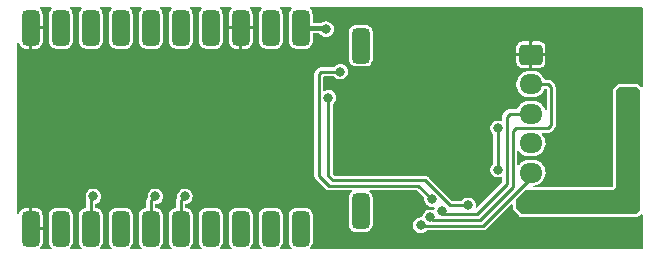
<source format=gbr>
%TF.GenerationSoftware,KiCad,Pcbnew,5.99.0-unknown-881cb3182b~117~ubuntu18.04.1*%
%TF.CreationDate,2021-02-21T21:18:57+01:00*%
%TF.ProjectId,stanislao_nrf,7374616e-6973-46c6-916f-5f6e72662e6b,rev?*%
%TF.SameCoordinates,Original*%
%TF.FileFunction,Copper,L2,Bot*%
%TF.FilePolarity,Positive*%
%FSLAX46Y46*%
G04 Gerber Fmt 4.6, Leading zero omitted, Abs format (unit mm)*
G04 Created by KiCad (PCBNEW 5.99.0-unknown-881cb3182b~117~ubuntu18.04.1) date 2021-02-21 21:18:57*
%MOMM*%
%LPD*%
G01*
G04 APERTURE LIST*
G04 Aperture macros list*
%AMRoundRect*
0 Rectangle with rounded corners*
0 $1 Rounding radius*
0 $2 $3 $4 $5 $6 $7 $8 $9 X,Y pos of 4 corners*
0 Add a 4 corners polygon primitive as box body*
4,1,4,$2,$3,$4,$5,$6,$7,$8,$9,$2,$3,0*
0 Add four circle primitives for the rounded corners*
1,1,$1+$1,$2,$3*
1,1,$1+$1,$4,$5*
1,1,$1+$1,$6,$7*
1,1,$1+$1,$8,$9*
0 Add four rect primitives between the rounded corners*
20,1,$1+$1,$2,$3,$4,$5,0*
20,1,$1+$1,$4,$5,$6,$7,0*
20,1,$1+$1,$6,$7,$8,$9,0*
20,1,$1+$1,$8,$9,$2,$3,0*%
G04 Aperture macros list end*
%TA.AperFunction,SMDPad,CuDef*%
%ADD10RoundRect,0.377000X-0.377000X1.131000X-0.377000X-1.131000X0.377000X-1.131000X0.377000X1.131000X0*%
%TD*%
%TA.AperFunction,ComponentPad*%
%ADD11RoundRect,0.250000X-0.725000X0.600000X-0.725000X-0.600000X0.725000X-0.600000X0.725000X0.600000X0*%
%TD*%
%TA.AperFunction,ComponentPad*%
%ADD12O,1.950000X1.700000*%
%TD*%
%TA.AperFunction,ViaPad*%
%ADD13C,0.800000*%
%TD*%
%TA.AperFunction,Conductor*%
%ADD14C,0.254000*%
%TD*%
%TA.AperFunction,Conductor*%
%ADD15C,0.406400*%
%TD*%
G04 APERTURE END LIST*
D10*
%TO.P,U1,VBUS,VBUS*%
%TO.N,Net-(C7-Pad2)*%
X76055000Y-61500000D03*
%TO.P,U1,SWDIO,SWDIO*%
%TO.N,unconnected-(U1-PadSWDIO)*%
X81135000Y-77000000D03*
%TO.P,U1,SWDCLK,SWDCLK*%
%TO.N,unconnected-(U1-PadSWDCLK)*%
X81135000Y-63000000D03*
%TO.P,U1,OUT,OUT*%
%TO.N,unconnected-(U1-PadOUT)*%
X73515000Y-61500000D03*
%TO.P,U1,G3,GND*%
%TO.N,GND*%
X70975000Y-61500000D03*
%TO.P,U1,G2,GND*%
X53195000Y-61500000D03*
%TO.P,U1,G1,GND*%
X53195000Y-78500000D03*
%TO.P,U1,1.15,1.15*%
%TO.N,unconnected-(U1-Pad1.15)*%
X60815000Y-61500000D03*
%TO.P,U1,1.13,1.13*%
%TO.N,unconnected-(U1-Pad1.13)*%
X58275000Y-61500000D03*
%TO.P,U1,1.10,1.10*%
%TO.N,unconnected-(U1-Pad1.10)*%
X55735000Y-61500000D03*
%TO.P,U1,1.00,1.00*%
%TO.N,/P1.00*%
X60815000Y-78500000D03*
%TO.P,U1,0.31,0.31*%
%TO.N,unconnected-(U1-Pad0.31)*%
X68435000Y-61500000D03*
%TO.P,U1,0.29,0.29*%
%TO.N,unconnected-(U1-Pad0.29)*%
X65895000Y-61500000D03*
%TO.P,U1,0.24,0.24*%
%TO.N,/TSDZ2_TX*%
X63355000Y-78500000D03*
%TO.P,U1,0.22,0.22*%
%TO.N,/TSDZ2_RX*%
X65895000Y-78500000D03*
%TO.P,U1,0.20,0.20*%
%TO.N,unconnected-(U1-Pad0.20)*%
X68435000Y-78500000D03*
%TO.P,U1,0.17,0.17*%
%TO.N,unconnected-(U1-Pad0.17)*%
X70975000Y-78500000D03*
%TO.P,U1,0.15,0.15*%
%TO.N,unconnected-(U1-Pad0.15)*%
X73515000Y-78500000D03*
%TO.P,U1,0.13,0.13*%
%TO.N,unconnected-(U1-Pad0.13)*%
X76055000Y-78500000D03*
%TO.P,U1,0.10,0.10*%
%TO.N,unconnected-(U1-Pad0.10)*%
X55735000Y-78500000D03*
%TO.P,U1,0.09,0.09*%
%TO.N,/TSDZ2_BRAKE_INPUT*%
X58275000Y-78500000D03*
%TO.P,U1,0.02,0.02*%
%TO.N,unconnected-(U1-Pad0.02)*%
X63355000Y-61500000D03*
%TD*%
D11*
%TO.P,J1,1,Pin_1*%
%TO.N,GND*%
X95550000Y-63750000D03*
D12*
%TO.P,J1,2,Pin_2*%
%TO.N,/TSDZ2_BRAKE_INPUT*%
X95550000Y-66250000D03*
%TO.P,J1,3,Pin_3*%
%TO.N,/TSDZ2_RX*%
X95550000Y-68750000D03*
%TO.P,J1,4,Pin_4*%
%TO.N,/V_BATT*%
X95550000Y-71250000D03*
%TO.P,J1,5,Pin_5*%
%TO.N,/TSDZ2_TX*%
X95550000Y-73750000D03*
%TO.P,J1,6,Pin_6*%
%TO.N,/TSDZ2_VIN*%
X95550000Y-76250000D03*
%TD*%
D13*
%TO.N,/TSDZ2_VIN*%
X103400000Y-67000000D03*
X104200000Y-68600000D03*
X103400000Y-68600000D03*
X104200000Y-67000000D03*
X103400000Y-67800000D03*
X104200000Y-67800000D03*
%TO.N,/TSDZ2_TX*%
X63750000Y-75750000D03*
X86200000Y-78200000D03*
%TO.N,/V_BATT*%
X92750000Y-73500000D03*
X92750000Y-70000000D03*
%TO.N,/TSDZ2_RX*%
X66250000Y-75750000D03*
X88000000Y-77023000D03*
%TO.N,/TSDZ2_BRAKE_INPUT*%
X87000000Y-77523000D03*
X58500000Y-75750000D03*
%TO.N,/P1.00*%
X60750000Y-79000000D03*
%TO.N,GND*%
X104200000Y-79600000D03*
X103400000Y-78800000D03*
X104200000Y-78000000D03*
X103400000Y-79600000D03*
X104200000Y-78800000D03*
X103400000Y-78000000D03*
%TO.N,Net-(C5-Pad1)*%
X78400000Y-67400000D03*
X90250000Y-76523000D03*
%TO.N,Net-(C7-Pad2)*%
X79400000Y-65200000D03*
X87185933Y-76014067D03*
X78200000Y-61600000D03*
%TD*%
D14*
%TO.N,/TSDZ2_TX*%
X95550000Y-74200000D02*
X91500000Y-78250000D01*
X88500000Y-78250000D02*
X86250000Y-78250000D01*
X86250000Y-78250000D02*
X86200000Y-78200000D01*
X91500000Y-78250000D02*
X88500000Y-78250000D01*
X63355000Y-78500000D02*
X63355000Y-76145000D01*
X95550000Y-73750000D02*
X95550000Y-74200000D01*
X63355000Y-76145000D02*
X63750000Y-75750000D01*
%TO.N,/V_BATT*%
X92750000Y-70000000D02*
X92750000Y-73500000D01*
%TO.N,/TSDZ2_RX*%
X65895000Y-76105000D02*
X66250000Y-75750000D01*
X93750000Y-68750000D02*
X93500000Y-69000000D01*
X93500000Y-69000000D02*
X93500000Y-74750000D01*
X91000000Y-77250000D02*
X89050000Y-77250000D01*
X95550000Y-68750000D02*
X93750000Y-68750000D01*
X88227000Y-77250000D02*
X88000000Y-77023000D01*
X89050000Y-77250000D02*
X88227000Y-77250000D01*
X89050000Y-77250000D02*
X88500000Y-77250000D01*
X93500000Y-74750000D02*
X91000000Y-77250000D01*
X65895000Y-78500000D02*
X65895000Y-76105000D01*
%TO.N,/TSDZ2_BRAKE_INPUT*%
X94000000Y-74500000D02*
X94000000Y-75000000D01*
X97000000Y-66250000D02*
X97250000Y-66500000D01*
X97250000Y-66500000D02*
X97250000Y-69750000D01*
X88650000Y-77750000D02*
X88500000Y-77750000D01*
X88650000Y-77750000D02*
X87227000Y-77750000D01*
X87227000Y-77750000D02*
X87000000Y-77523000D01*
X94250000Y-70000000D02*
X94000000Y-70250000D01*
X95550000Y-66250000D02*
X97000000Y-66250000D01*
X58275000Y-75975000D02*
X58500000Y-75750000D01*
X97250000Y-69750000D02*
X97000000Y-70000000D01*
X94000000Y-74500000D02*
X94000000Y-74750000D01*
X91250000Y-77750000D02*
X88650000Y-77750000D01*
X58275000Y-78500000D02*
X58275000Y-75975000D01*
X94000000Y-70250000D02*
X94000000Y-74500000D01*
X94000000Y-75000000D02*
X91250000Y-77750000D01*
X97000000Y-70000000D02*
X94250000Y-70000000D01*
%TO.N,/P1.00*%
X60750000Y-79000000D02*
X60750000Y-78500000D01*
X60750000Y-78500000D02*
X60815000Y-78500000D01*
%TO.N,Net-(C5-Pad1)*%
X78400000Y-74000000D02*
X78400000Y-67400000D01*
X86600000Y-74400000D02*
X78800000Y-74400000D01*
X87900000Y-75700000D02*
X87364980Y-75164980D01*
X88723000Y-76523000D02*
X87900000Y-75700000D01*
X90250000Y-76523000D02*
X88723000Y-76523000D01*
X87900000Y-75700000D02*
X86600000Y-74400000D01*
X78800000Y-74400000D02*
X78400000Y-74000000D01*
%TO.N,Net-(C7-Pad2)*%
X77600000Y-65400000D02*
X77600000Y-74000000D01*
X79400000Y-65200000D02*
X77800000Y-65200000D01*
X77600000Y-74000000D02*
X78454020Y-74854020D01*
D15*
X78100000Y-61500000D02*
X78200000Y-61600000D01*
D14*
X78454020Y-74854020D02*
X86025886Y-74854020D01*
X77600000Y-74000000D02*
X78000000Y-74400000D01*
D15*
X76055000Y-61500000D02*
X78100000Y-61500000D01*
D14*
X86025886Y-74854020D02*
X87185933Y-76014067D01*
X77800000Y-65200000D02*
X77600000Y-65400000D01*
%TD*%
%TA.AperFunction,Conductor*%
%TO.N,GND*%
G36*
X54947032Y-59771593D02*
G01*
X54972752Y-59816142D01*
X54963819Y-59866800D01*
X54942898Y-59890036D01*
X54922286Y-59905011D01*
X54919268Y-59908659D01*
X54919267Y-59908660D01*
X54895441Y-59937461D01*
X54820585Y-60027946D01*
X54752653Y-60172311D01*
X54726500Y-60309408D01*
X54726500Y-62670579D01*
X54726797Y-62672930D01*
X54740889Y-62784475D01*
X54741497Y-62789291D01*
X54800231Y-62937636D01*
X54894011Y-63066714D01*
X54897659Y-63069732D01*
X54897660Y-63069733D01*
X55013300Y-63165399D01*
X55016946Y-63168415D01*
X55161311Y-63236347D01*
X55298408Y-63262500D01*
X56151579Y-63262500D01*
X56160793Y-63261336D01*
X56265599Y-63248096D01*
X56265601Y-63248095D01*
X56270291Y-63247503D01*
X56274687Y-63245763D01*
X56274689Y-63245762D01*
X56414237Y-63190511D01*
X56414239Y-63190510D01*
X56418636Y-63188769D01*
X56547714Y-63094989D01*
X56551037Y-63090973D01*
X56646399Y-62975700D01*
X56646400Y-62975699D01*
X56649415Y-62972054D01*
X56717347Y-62827689D01*
X56743500Y-62690592D01*
X56743500Y-60329421D01*
X56730073Y-60223133D01*
X56729096Y-60215401D01*
X56729095Y-60215399D01*
X56728503Y-60210709D01*
X56669769Y-60062364D01*
X56575989Y-59933286D01*
X56572340Y-59930267D01*
X56572336Y-59930263D01*
X56520212Y-59887142D01*
X56494181Y-59842775D01*
X56502760Y-59792055D01*
X56541934Y-59758716D01*
X56568146Y-59754000D01*
X57438694Y-59754000D01*
X57487032Y-59771593D01*
X57512752Y-59816142D01*
X57503819Y-59866800D01*
X57482898Y-59890036D01*
X57462286Y-59905011D01*
X57459268Y-59908659D01*
X57459267Y-59908660D01*
X57435441Y-59937461D01*
X57360585Y-60027946D01*
X57292653Y-60172311D01*
X57266500Y-60309408D01*
X57266500Y-62670579D01*
X57266797Y-62672930D01*
X57280889Y-62784475D01*
X57281497Y-62789291D01*
X57340231Y-62937636D01*
X57434011Y-63066714D01*
X57437659Y-63069732D01*
X57437660Y-63069733D01*
X57553300Y-63165399D01*
X57556946Y-63168415D01*
X57701311Y-63236347D01*
X57838408Y-63262500D01*
X58691579Y-63262500D01*
X58700793Y-63261336D01*
X58805599Y-63248096D01*
X58805601Y-63248095D01*
X58810291Y-63247503D01*
X58814687Y-63245763D01*
X58814689Y-63245762D01*
X58954237Y-63190511D01*
X58954239Y-63190510D01*
X58958636Y-63188769D01*
X59087714Y-63094989D01*
X59091037Y-63090973D01*
X59186399Y-62975700D01*
X59186400Y-62975699D01*
X59189415Y-62972054D01*
X59257347Y-62827689D01*
X59283500Y-62690592D01*
X59283500Y-60329421D01*
X59270073Y-60223133D01*
X59269096Y-60215401D01*
X59269095Y-60215399D01*
X59268503Y-60210709D01*
X59209769Y-60062364D01*
X59115989Y-59933286D01*
X59112340Y-59930267D01*
X59112336Y-59930263D01*
X59060212Y-59887142D01*
X59034181Y-59842775D01*
X59042760Y-59792055D01*
X59081934Y-59758716D01*
X59108146Y-59754000D01*
X59978694Y-59754000D01*
X60027032Y-59771593D01*
X60052752Y-59816142D01*
X60043819Y-59866800D01*
X60022898Y-59890036D01*
X60002286Y-59905011D01*
X59999268Y-59908659D01*
X59999267Y-59908660D01*
X59975441Y-59937461D01*
X59900585Y-60027946D01*
X59832653Y-60172311D01*
X59806500Y-60309408D01*
X59806500Y-62670579D01*
X59806797Y-62672930D01*
X59820889Y-62784475D01*
X59821497Y-62789291D01*
X59880231Y-62937636D01*
X59974011Y-63066714D01*
X59977659Y-63069732D01*
X59977660Y-63069733D01*
X60093300Y-63165399D01*
X60096946Y-63168415D01*
X60241311Y-63236347D01*
X60378408Y-63262500D01*
X61231579Y-63262500D01*
X61240793Y-63261336D01*
X61345599Y-63248096D01*
X61345601Y-63248095D01*
X61350291Y-63247503D01*
X61354687Y-63245763D01*
X61354689Y-63245762D01*
X61494237Y-63190511D01*
X61494239Y-63190510D01*
X61498636Y-63188769D01*
X61627714Y-63094989D01*
X61631037Y-63090973D01*
X61726399Y-62975700D01*
X61726400Y-62975699D01*
X61729415Y-62972054D01*
X61797347Y-62827689D01*
X61823500Y-62690592D01*
X61823500Y-60329421D01*
X61810073Y-60223133D01*
X61809096Y-60215401D01*
X61809095Y-60215399D01*
X61808503Y-60210709D01*
X61749769Y-60062364D01*
X61655989Y-59933286D01*
X61652340Y-59930267D01*
X61652336Y-59930263D01*
X61600212Y-59887142D01*
X61574181Y-59842775D01*
X61582760Y-59792055D01*
X61621934Y-59758716D01*
X61648146Y-59754000D01*
X62518694Y-59754000D01*
X62567032Y-59771593D01*
X62592752Y-59816142D01*
X62583819Y-59866800D01*
X62562898Y-59890036D01*
X62542286Y-59905011D01*
X62539268Y-59908659D01*
X62539267Y-59908660D01*
X62515441Y-59937461D01*
X62440585Y-60027946D01*
X62372653Y-60172311D01*
X62346500Y-60309408D01*
X62346500Y-62670579D01*
X62346797Y-62672930D01*
X62360889Y-62784475D01*
X62361497Y-62789291D01*
X62420231Y-62937636D01*
X62514011Y-63066714D01*
X62517659Y-63069732D01*
X62517660Y-63069733D01*
X62633300Y-63165399D01*
X62636946Y-63168415D01*
X62781311Y-63236347D01*
X62918408Y-63262500D01*
X63771579Y-63262500D01*
X63780793Y-63261336D01*
X63885599Y-63248096D01*
X63885601Y-63248095D01*
X63890291Y-63247503D01*
X63894687Y-63245763D01*
X63894689Y-63245762D01*
X64034237Y-63190511D01*
X64034239Y-63190510D01*
X64038636Y-63188769D01*
X64167714Y-63094989D01*
X64171037Y-63090973D01*
X64266399Y-62975700D01*
X64266400Y-62975699D01*
X64269415Y-62972054D01*
X64337347Y-62827689D01*
X64363500Y-62690592D01*
X64363500Y-60329421D01*
X64350073Y-60223133D01*
X64349096Y-60215401D01*
X64349095Y-60215399D01*
X64348503Y-60210709D01*
X64289769Y-60062364D01*
X64195989Y-59933286D01*
X64192340Y-59930267D01*
X64192336Y-59930263D01*
X64140212Y-59887142D01*
X64114181Y-59842775D01*
X64122760Y-59792055D01*
X64161934Y-59758716D01*
X64188146Y-59754000D01*
X65058694Y-59754000D01*
X65107032Y-59771593D01*
X65132752Y-59816142D01*
X65123819Y-59866800D01*
X65102898Y-59890036D01*
X65082286Y-59905011D01*
X65079268Y-59908659D01*
X65079267Y-59908660D01*
X65055441Y-59937461D01*
X64980585Y-60027946D01*
X64912653Y-60172311D01*
X64886500Y-60309408D01*
X64886500Y-62670579D01*
X64886797Y-62672930D01*
X64900889Y-62784475D01*
X64901497Y-62789291D01*
X64960231Y-62937636D01*
X65054011Y-63066714D01*
X65057659Y-63069732D01*
X65057660Y-63069733D01*
X65173300Y-63165399D01*
X65176946Y-63168415D01*
X65321311Y-63236347D01*
X65458408Y-63262500D01*
X66311579Y-63262500D01*
X66320793Y-63261336D01*
X66425599Y-63248096D01*
X66425601Y-63248095D01*
X66430291Y-63247503D01*
X66434687Y-63245763D01*
X66434689Y-63245762D01*
X66574237Y-63190511D01*
X66574239Y-63190510D01*
X66578636Y-63188769D01*
X66707714Y-63094989D01*
X66711037Y-63090973D01*
X66806399Y-62975700D01*
X66806400Y-62975699D01*
X66809415Y-62972054D01*
X66877347Y-62827689D01*
X66903500Y-62690592D01*
X66903500Y-60329421D01*
X66890073Y-60223133D01*
X66889096Y-60215401D01*
X66889095Y-60215399D01*
X66888503Y-60210709D01*
X66829769Y-60062364D01*
X66735989Y-59933286D01*
X66732340Y-59930267D01*
X66732336Y-59930263D01*
X66680212Y-59887142D01*
X66654181Y-59842775D01*
X66662760Y-59792055D01*
X66701934Y-59758716D01*
X66728146Y-59754000D01*
X67598694Y-59754000D01*
X67647032Y-59771593D01*
X67672752Y-59816142D01*
X67663819Y-59866800D01*
X67642898Y-59890036D01*
X67622286Y-59905011D01*
X67619268Y-59908659D01*
X67619267Y-59908660D01*
X67595441Y-59937461D01*
X67520585Y-60027946D01*
X67452653Y-60172311D01*
X67426500Y-60309408D01*
X67426500Y-62670579D01*
X67426797Y-62672930D01*
X67440889Y-62784475D01*
X67441497Y-62789291D01*
X67500231Y-62937636D01*
X67594011Y-63066714D01*
X67597659Y-63069732D01*
X67597660Y-63069733D01*
X67713300Y-63165399D01*
X67716946Y-63168415D01*
X67861311Y-63236347D01*
X67998408Y-63262500D01*
X68851579Y-63262500D01*
X68860793Y-63261336D01*
X68965599Y-63248096D01*
X68965601Y-63248095D01*
X68970291Y-63247503D01*
X68974687Y-63245763D01*
X68974689Y-63245762D01*
X69114237Y-63190511D01*
X69114239Y-63190510D01*
X69118636Y-63188769D01*
X69247714Y-63094989D01*
X69251037Y-63090973D01*
X69346399Y-62975700D01*
X69346400Y-62975699D01*
X69349415Y-62972054D01*
X69417347Y-62827689D01*
X69443500Y-62690592D01*
X69443500Y-61636069D01*
X69967000Y-61636069D01*
X69967000Y-62668209D01*
X69967297Y-62672930D01*
X69981388Y-62784475D01*
X69983722Y-62793565D01*
X70038927Y-62932996D01*
X70043450Y-62941223D01*
X70131591Y-63062539D01*
X70138027Y-63069393D01*
X70253565Y-63164974D01*
X70261498Y-63170009D01*
X70397184Y-63233858D01*
X70406112Y-63236758D01*
X70534952Y-63261336D01*
X70541977Y-63262000D01*
X70834741Y-63262000D01*
X70844898Y-63258303D01*
X70848000Y-63252931D01*
X70848000Y-61640259D01*
X70846475Y-61636069D01*
X71102000Y-61636069D01*
X71102000Y-63248741D01*
X71105697Y-63258898D01*
X71111069Y-63262000D01*
X71389209Y-63262000D01*
X71393930Y-63261703D01*
X71505475Y-63247612D01*
X71514565Y-63245278D01*
X71653996Y-63190073D01*
X71662223Y-63185550D01*
X71783539Y-63097409D01*
X71790393Y-63090973D01*
X71885974Y-62975435D01*
X71891009Y-62967502D01*
X71954858Y-62831816D01*
X71957758Y-62822888D01*
X71982336Y-62694048D01*
X71983000Y-62687023D01*
X71983000Y-61640259D01*
X71979303Y-61630102D01*
X71973931Y-61627000D01*
X71115259Y-61627000D01*
X71105102Y-61630697D01*
X71102000Y-61636069D01*
X70846475Y-61636069D01*
X70844303Y-61630102D01*
X70838931Y-61627000D01*
X69980259Y-61627000D01*
X69970102Y-61630697D01*
X69967000Y-61636069D01*
X69443500Y-61636069D01*
X69443500Y-60329421D01*
X69430073Y-60223133D01*
X69429096Y-60215401D01*
X69429095Y-60215399D01*
X69428503Y-60210709D01*
X69369769Y-60062364D01*
X69275989Y-59933286D01*
X69272340Y-59930267D01*
X69272336Y-59930263D01*
X69220212Y-59887142D01*
X69194181Y-59842775D01*
X69202760Y-59792055D01*
X69241934Y-59758716D01*
X69268146Y-59754000D01*
X70139538Y-59754000D01*
X70187876Y-59771593D01*
X70213596Y-59816142D01*
X70204663Y-59866800D01*
X70183739Y-59890038D01*
X70166461Y-59902591D01*
X70159607Y-59909027D01*
X70064026Y-60024565D01*
X70058991Y-60032498D01*
X69995142Y-60168184D01*
X69992242Y-60177112D01*
X69967664Y-60305952D01*
X69967000Y-60312977D01*
X69967000Y-61359741D01*
X69970697Y-61369898D01*
X69976069Y-61373000D01*
X71969741Y-61373000D01*
X71979898Y-61369303D01*
X71983000Y-61363931D01*
X71983000Y-60331791D01*
X71982703Y-60327070D01*
X71968612Y-60215525D01*
X71966278Y-60206435D01*
X71911073Y-60067004D01*
X71906550Y-60058777D01*
X71818409Y-59937461D01*
X71811977Y-59930612D01*
X71759432Y-59887143D01*
X71733401Y-59842775D01*
X71741980Y-59792056D01*
X71781153Y-59758716D01*
X71807366Y-59754000D01*
X72678694Y-59754000D01*
X72727032Y-59771593D01*
X72752752Y-59816142D01*
X72743819Y-59866800D01*
X72722898Y-59890036D01*
X72702286Y-59905011D01*
X72699268Y-59908659D01*
X72699267Y-59908660D01*
X72675441Y-59937461D01*
X72600585Y-60027946D01*
X72532653Y-60172311D01*
X72506500Y-60309408D01*
X72506500Y-62670579D01*
X72506797Y-62672930D01*
X72520889Y-62784475D01*
X72521497Y-62789291D01*
X72580231Y-62937636D01*
X72674011Y-63066714D01*
X72677659Y-63069732D01*
X72677660Y-63069733D01*
X72793300Y-63165399D01*
X72796946Y-63168415D01*
X72941311Y-63236347D01*
X73078408Y-63262500D01*
X73931579Y-63262500D01*
X73940793Y-63261336D01*
X74045599Y-63248096D01*
X74045601Y-63248095D01*
X74050291Y-63247503D01*
X74054687Y-63245763D01*
X74054689Y-63245762D01*
X74194237Y-63190511D01*
X74194239Y-63190510D01*
X74198636Y-63188769D01*
X74327714Y-63094989D01*
X74331037Y-63090973D01*
X74426399Y-62975700D01*
X74426400Y-62975699D01*
X74429415Y-62972054D01*
X74497347Y-62827689D01*
X74523500Y-62690592D01*
X74523500Y-60329421D01*
X74510073Y-60223133D01*
X74509096Y-60215401D01*
X74509095Y-60215399D01*
X74508503Y-60210709D01*
X74449769Y-60062364D01*
X74355989Y-59933286D01*
X74352340Y-59930267D01*
X74352336Y-59930263D01*
X74300212Y-59887142D01*
X74274181Y-59842775D01*
X74282760Y-59792055D01*
X74321934Y-59758716D01*
X74348146Y-59754000D01*
X75218694Y-59754000D01*
X75267032Y-59771593D01*
X75292752Y-59816142D01*
X75283819Y-59866800D01*
X75262898Y-59890036D01*
X75242286Y-59905011D01*
X75239268Y-59908659D01*
X75239267Y-59908660D01*
X75215441Y-59937461D01*
X75140585Y-60027946D01*
X75072653Y-60172311D01*
X75046500Y-60309408D01*
X75046500Y-62670579D01*
X75046797Y-62672930D01*
X75060889Y-62784475D01*
X75061497Y-62789291D01*
X75120231Y-62937636D01*
X75214011Y-63066714D01*
X75217659Y-63069732D01*
X75217660Y-63069733D01*
X75333300Y-63165399D01*
X75336946Y-63168415D01*
X75481311Y-63236347D01*
X75618408Y-63262500D01*
X76471579Y-63262500D01*
X76480793Y-63261336D01*
X76585599Y-63248096D01*
X76585601Y-63248095D01*
X76590291Y-63247503D01*
X76594687Y-63245763D01*
X76594689Y-63245762D01*
X76734237Y-63190511D01*
X76734239Y-63190510D01*
X76738636Y-63188769D01*
X76867714Y-63094989D01*
X76871037Y-63090973D01*
X76966399Y-62975700D01*
X76966400Y-62975699D01*
X76969415Y-62972054D01*
X77037347Y-62827689D01*
X77063500Y-62690592D01*
X77063500Y-62032900D01*
X77081093Y-61984562D01*
X77125642Y-61958842D01*
X77138700Y-61957700D01*
X77607114Y-61957700D01*
X77655452Y-61975293D01*
X77665712Y-61986296D01*
X77666453Y-61987644D01*
X77669691Y-61991092D01*
X77726380Y-62051459D01*
X77779619Y-62108153D01*
X77919199Y-62196733D01*
X77923699Y-62198195D01*
X77923703Y-62198197D01*
X78001328Y-62223419D01*
X78076422Y-62247818D01*
X78081137Y-62248115D01*
X78081139Y-62248115D01*
X78236687Y-62257902D01*
X78236688Y-62257902D01*
X78241410Y-62258199D01*
X78246060Y-62257312D01*
X78399148Y-62228109D01*
X78399149Y-62228109D01*
X78403797Y-62227222D01*
X78553378Y-62156834D01*
X78680755Y-62051459D01*
X78777924Y-61917717D01*
X78820807Y-61809408D01*
X80126500Y-61809408D01*
X80126500Y-64170579D01*
X80141497Y-64289291D01*
X80143237Y-64293687D01*
X80143238Y-64293689D01*
X80196867Y-64429139D01*
X80200231Y-64437636D01*
X80294011Y-64566714D01*
X80297659Y-64569732D01*
X80297660Y-64569733D01*
X80368449Y-64628295D01*
X80416946Y-64668415D01*
X80561311Y-64736347D01*
X80698408Y-64762500D01*
X81551579Y-64762500D01*
X81556835Y-64761836D01*
X81665599Y-64748096D01*
X81665601Y-64748095D01*
X81670291Y-64747503D01*
X81674687Y-64745763D01*
X81674689Y-64745762D01*
X81814237Y-64690511D01*
X81814239Y-64690510D01*
X81818636Y-64688769D01*
X81947714Y-64594989D01*
X81966823Y-64571891D01*
X82046399Y-64475700D01*
X82046400Y-64475699D01*
X82049415Y-64472054D01*
X82117347Y-64327689D01*
X82143500Y-64190592D01*
X82143500Y-63886069D01*
X94321000Y-63886069D01*
X94321000Y-64382242D01*
X94321378Y-64387554D01*
X94335700Y-64487562D01*
X94338675Y-64497733D01*
X94393973Y-64619354D01*
X94399691Y-64628295D01*
X94486901Y-64729508D01*
X94494887Y-64736475D01*
X94607006Y-64809147D01*
X94616629Y-64813593D01*
X94745861Y-64852241D01*
X94753830Y-64853711D01*
X94756328Y-64853897D01*
X94759109Y-64854000D01*
X95409741Y-64854000D01*
X95419898Y-64850303D01*
X95423000Y-64844931D01*
X95423000Y-63890259D01*
X95421475Y-63886069D01*
X95677000Y-63886069D01*
X95677000Y-64840741D01*
X95680697Y-64850898D01*
X95686069Y-64854000D01*
X96307242Y-64854000D01*
X96312554Y-64853622D01*
X96412562Y-64839300D01*
X96422733Y-64836325D01*
X96544354Y-64781027D01*
X96553295Y-64775309D01*
X96654508Y-64688099D01*
X96661475Y-64680113D01*
X96734147Y-64567994D01*
X96738593Y-64558371D01*
X96777241Y-64429139D01*
X96778711Y-64421170D01*
X96778897Y-64418672D01*
X96779000Y-64415891D01*
X96779000Y-63890259D01*
X96775303Y-63880102D01*
X96769931Y-63877000D01*
X95690259Y-63877000D01*
X95680102Y-63880697D01*
X95677000Y-63886069D01*
X95421475Y-63886069D01*
X95419303Y-63880102D01*
X95413931Y-63877000D01*
X94334259Y-63877000D01*
X94324102Y-63880697D01*
X94321000Y-63886069D01*
X82143500Y-63886069D01*
X82143500Y-63084109D01*
X94321000Y-63084109D01*
X94321000Y-63609741D01*
X94324697Y-63619898D01*
X94330069Y-63623000D01*
X95409741Y-63623000D01*
X95419898Y-63619303D01*
X95423000Y-63613931D01*
X95423000Y-62659259D01*
X95421475Y-62655069D01*
X95677000Y-62655069D01*
X95677000Y-63609741D01*
X95680697Y-63619898D01*
X95686069Y-63623000D01*
X96765741Y-63623000D01*
X96775898Y-63619303D01*
X96779000Y-63613931D01*
X96779000Y-63117758D01*
X96778622Y-63112446D01*
X96764300Y-63012438D01*
X96761325Y-63002267D01*
X96706027Y-62880646D01*
X96700309Y-62871705D01*
X96613099Y-62770492D01*
X96605113Y-62763525D01*
X96492994Y-62690853D01*
X96483371Y-62686407D01*
X96354139Y-62647759D01*
X96346170Y-62646289D01*
X96343672Y-62646103D01*
X96340891Y-62646000D01*
X95690259Y-62646000D01*
X95680102Y-62649697D01*
X95677000Y-62655069D01*
X95421475Y-62655069D01*
X95419303Y-62649102D01*
X95413931Y-62646000D01*
X94792758Y-62646000D01*
X94787446Y-62646378D01*
X94687438Y-62660700D01*
X94677267Y-62663675D01*
X94555646Y-62718973D01*
X94546705Y-62724691D01*
X94445492Y-62811901D01*
X94438525Y-62819887D01*
X94365853Y-62932006D01*
X94361407Y-62941629D01*
X94322759Y-63070861D01*
X94321289Y-63078830D01*
X94321103Y-63081328D01*
X94321000Y-63084109D01*
X82143500Y-63084109D01*
X82143500Y-61829421D01*
X82128503Y-61710709D01*
X82096824Y-61630697D01*
X82071511Y-61566763D01*
X82071510Y-61566761D01*
X82069769Y-61562364D01*
X81975989Y-61433286D01*
X81946222Y-61408660D01*
X81856700Y-61334601D01*
X81856699Y-61334600D01*
X81853054Y-61331585D01*
X81708689Y-61263653D01*
X81571592Y-61237500D01*
X80718421Y-61237500D01*
X80716070Y-61237797D01*
X80604401Y-61251904D01*
X80604399Y-61251905D01*
X80599709Y-61252497D01*
X80595313Y-61254237D01*
X80595311Y-61254238D01*
X80455763Y-61309489D01*
X80455761Y-61309490D01*
X80451364Y-61311231D01*
X80322286Y-61405011D01*
X80319268Y-61408659D01*
X80319267Y-61408660D01*
X80292777Y-61440681D01*
X80220585Y-61527946D01*
X80152653Y-61672311D01*
X80126500Y-61809408D01*
X78820807Y-61809408D01*
X78838781Y-61764011D01*
X78845515Y-61710709D01*
X78858907Y-61604694D01*
X78859500Y-61600000D01*
X78838781Y-61435989D01*
X78836516Y-61430267D01*
X78779666Y-61286682D01*
X78779665Y-61286680D01*
X78777924Y-61282283D01*
X78755853Y-61251904D01*
X78683539Y-61152373D01*
X78680755Y-61148541D01*
X78553378Y-61043166D01*
X78403797Y-60972778D01*
X78399149Y-60971891D01*
X78399148Y-60971891D01*
X78246060Y-60942688D01*
X78241410Y-60941801D01*
X78236688Y-60942098D01*
X78236687Y-60942098D01*
X78081139Y-60951885D01*
X78081137Y-60951885D01*
X78076422Y-60952182D01*
X78015764Y-60971891D01*
X77923703Y-61001803D01*
X77923699Y-61001805D01*
X77919199Y-61003267D01*
X77876138Y-61030595D01*
X77835846Y-61042300D01*
X77138700Y-61042300D01*
X77090362Y-61024707D01*
X77064642Y-60980158D01*
X77063500Y-60967100D01*
X77063500Y-60329421D01*
X77050073Y-60223133D01*
X77049096Y-60215401D01*
X77049095Y-60215399D01*
X77048503Y-60210709D01*
X76989769Y-60062364D01*
X76895989Y-59933286D01*
X76892340Y-59930267D01*
X76892336Y-59930263D01*
X76840212Y-59887142D01*
X76814181Y-59842775D01*
X76822760Y-59792055D01*
X76861934Y-59758716D01*
X76888146Y-59754000D01*
X104920800Y-59754000D01*
X104969138Y-59771593D01*
X104994858Y-59816142D01*
X104996000Y-59829200D01*
X104996000Y-66455242D01*
X104978407Y-66503580D01*
X104933858Y-66529300D01*
X104883200Y-66520367D01*
X104867626Y-66508416D01*
X104701631Y-66342421D01*
X104693660Y-66334789D01*
X104688824Y-66330356D01*
X104604061Y-66278910D01*
X104555723Y-66261317D01*
X104552492Y-66260747D01*
X104552491Y-66260747D01*
X104472082Y-66246569D01*
X104472076Y-66246568D01*
X104468852Y-66246000D01*
X103031148Y-66246000D01*
X103030793Y-66246008D01*
X103030767Y-66246008D01*
X103025829Y-66246116D01*
X103020075Y-66246241D01*
X103019702Y-66246257D01*
X103019679Y-66246258D01*
X103017208Y-66246366D01*
X103017207Y-66246366D01*
X103013521Y-66246527D01*
X102965384Y-66258306D01*
X102920833Y-66269207D01*
X102920830Y-66269208D01*
X102917246Y-66270085D01*
X102870626Y-66291825D01*
X102867942Y-66293705D01*
X102867941Y-66293705D01*
X102801050Y-66340543D01*
X102801045Y-66340547D01*
X102798369Y-66342421D01*
X102592421Y-66548369D01*
X102584789Y-66556340D01*
X102580356Y-66561176D01*
X102528910Y-66645939D01*
X102511317Y-66694277D01*
X102510747Y-66697508D01*
X102510747Y-66697509D01*
X102496569Y-66777918D01*
X102496568Y-66777924D01*
X102496000Y-66781148D01*
X102496000Y-74863642D01*
X102478407Y-74911980D01*
X102473974Y-74916816D01*
X102416816Y-74973974D01*
X102370196Y-74995714D01*
X102363642Y-74996000D01*
X95824266Y-74996000D01*
X95775928Y-74978407D01*
X95750208Y-74933858D01*
X95759141Y-74883200D01*
X95798546Y-74850135D01*
X95817124Y-74845940D01*
X95881242Y-74839823D01*
X95881246Y-74839822D01*
X95884801Y-74839483D01*
X95888229Y-74838477D01*
X95888231Y-74838477D01*
X95976306Y-74812639D01*
X96087033Y-74780155D01*
X96199282Y-74722343D01*
X96271217Y-74685294D01*
X96271218Y-74685293D01*
X96274397Y-74683656D01*
X96440133Y-74553469D01*
X96444423Y-74548526D01*
X96575916Y-74396992D01*
X96578261Y-74394290D01*
X96683797Y-74211864D01*
X96752934Y-74012772D01*
X96754655Y-74000907D01*
X96782662Y-73807737D01*
X96783175Y-73804199D01*
X96773431Y-73593670D01*
X96724053Y-73388782D01*
X96636822Y-73196928D01*
X96572117Y-73105710D01*
X96516956Y-73027948D01*
X96516955Y-73027947D01*
X96514886Y-73025030D01*
X96362645Y-72879291D01*
X96185592Y-72764969D01*
X95990115Y-72686190D01*
X95783268Y-72645795D01*
X95780563Y-72645663D01*
X95780557Y-72645662D01*
X95778143Y-72645544D01*
X95778128Y-72645544D01*
X95777236Y-72645500D01*
X95372594Y-72645500D01*
X95370813Y-72645670D01*
X95370811Y-72645670D01*
X95218758Y-72660177D01*
X95218754Y-72660178D01*
X95215199Y-72660517D01*
X95211771Y-72661523D01*
X95211769Y-72661523D01*
X95130022Y-72685505D01*
X95012967Y-72719845D01*
X95009780Y-72721486D01*
X95009781Y-72721486D01*
X94925354Y-72764969D01*
X94825603Y-72816344D01*
X94659867Y-72946531D01*
X94657524Y-72949231D01*
X94657521Y-72949234D01*
X94593895Y-73022557D01*
X94521739Y-73105710D01*
X94519942Y-73108816D01*
X94517922Y-73111648D01*
X94475529Y-73140784D01*
X94424326Y-73135854D01*
X94388271Y-73099164D01*
X94381500Y-73067979D01*
X94381500Y-71923915D01*
X94399093Y-71875577D01*
X94443642Y-71849857D01*
X94494300Y-71858790D01*
X94518035Y-71880406D01*
X94585114Y-71974970D01*
X94737355Y-72120709D01*
X94914408Y-72235031D01*
X95109885Y-72313810D01*
X95316732Y-72354205D01*
X95319437Y-72354337D01*
X95319443Y-72354338D01*
X95321857Y-72354456D01*
X95321872Y-72354456D01*
X95322764Y-72354500D01*
X95727406Y-72354500D01*
X95729187Y-72354330D01*
X95729189Y-72354330D01*
X95881242Y-72339823D01*
X95881246Y-72339822D01*
X95884801Y-72339483D01*
X95888229Y-72338477D01*
X95888231Y-72338477D01*
X95976870Y-72312473D01*
X96087033Y-72280155D01*
X96172051Y-72236368D01*
X96271217Y-72185294D01*
X96271218Y-72185293D01*
X96274397Y-72183656D01*
X96440133Y-72053469D01*
X96578261Y-71894290D01*
X96683797Y-71711864D01*
X96752934Y-71512772D01*
X96783175Y-71304199D01*
X96773431Y-71093670D01*
X96724053Y-70888782D01*
X96636822Y-70696928D01*
X96572117Y-70605710D01*
X96516956Y-70527948D01*
X96516955Y-70527947D01*
X96514886Y-70525030D01*
X96500253Y-70511022D01*
X96477502Y-70464887D01*
X96489728Y-70414921D01*
X96531212Y-70384504D01*
X96552255Y-70381500D01*
X96952560Y-70381500D01*
X96968386Y-70383184D01*
X96975714Y-70384762D01*
X96975718Y-70384762D01*
X96981793Y-70386070D01*
X97016006Y-70382021D01*
X97024845Y-70381500D01*
X97030040Y-70381500D01*
X97033103Y-70380990D01*
X97033106Y-70380990D01*
X97051994Y-70377847D01*
X97055499Y-70377348D01*
X97101656Y-70371885D01*
X97101658Y-70371885D01*
X97107830Y-70371154D01*
X97113437Y-70368462D01*
X97115976Y-70367724D01*
X97116275Y-70367656D01*
X97116563Y-70367538D01*
X97119060Y-70366683D01*
X97125194Y-70365662D01*
X97171612Y-70340616D01*
X97174696Y-70339045D01*
X97222239Y-70316215D01*
X97228938Y-70310585D01*
X97229200Y-70310323D01*
X97231760Y-70308163D01*
X97236889Y-70305395D01*
X97269654Y-70269949D01*
X97271702Y-70267820D01*
X97486213Y-70053309D01*
X97498595Y-70043308D01*
X97504897Y-70039239D01*
X97504898Y-70039238D01*
X97510119Y-70035867D01*
X97531451Y-70008808D01*
X97537332Y-70002190D01*
X97541002Y-69998520D01*
X97553933Y-69980426D01*
X97556059Y-69977594D01*
X97584846Y-69941078D01*
X97588693Y-69936198D01*
X97590751Y-69930335D01*
X97592027Y-69928015D01*
X97592191Y-69927754D01*
X97592317Y-69927454D01*
X97593474Y-69925092D01*
X97597087Y-69920037D01*
X97612187Y-69869545D01*
X97613271Y-69866209D01*
X97630745Y-69816451D01*
X97631500Y-69807733D01*
X97631500Y-69807361D01*
X97631783Y-69804023D01*
X97633452Y-69798441D01*
X97631558Y-69750238D01*
X97631500Y-69747286D01*
X97631500Y-66547438D01*
X97633184Y-66531611D01*
X97634762Y-66524283D01*
X97634762Y-66524281D01*
X97636070Y-66518206D01*
X97632021Y-66483992D01*
X97631500Y-66475154D01*
X97631500Y-66469960D01*
X97627848Y-66448021D01*
X97627349Y-66444517D01*
X97621884Y-66398338D01*
X97621154Y-66392169D01*
X97618465Y-66386568D01*
X97617725Y-66384022D01*
X97617659Y-66383731D01*
X97617540Y-66383441D01*
X97616683Y-66380938D01*
X97615662Y-66374806D01*
X97598357Y-66342733D01*
X97590645Y-66328440D01*
X97589037Y-66325285D01*
X97572969Y-66291825D01*
X97566215Y-66277760D01*
X97560584Y-66271062D01*
X97560326Y-66270804D01*
X97558163Y-66268241D01*
X97555395Y-66263111D01*
X97519953Y-66230349D01*
X97517824Y-66228302D01*
X97303305Y-66013782D01*
X97293306Y-66001401D01*
X97289240Y-65995104D01*
X97289238Y-65995102D01*
X97285867Y-65989881D01*
X97280986Y-65986033D01*
X97280984Y-65986031D01*
X97258813Y-65968553D01*
X97252195Y-65962672D01*
X97248520Y-65958997D01*
X97230417Y-65946061D01*
X97227581Y-65943932D01*
X97191079Y-65915155D01*
X97186198Y-65911307D01*
X97180332Y-65909247D01*
X97178023Y-65907978D01*
X97177755Y-65907809D01*
X97177463Y-65907687D01*
X97175095Y-65906527D01*
X97170037Y-65902912D01*
X97119525Y-65887806D01*
X97116189Y-65886722D01*
X97066451Y-65869255D01*
X97057733Y-65868500D01*
X97057373Y-65868500D01*
X97054026Y-65868217D01*
X97048441Y-65866547D01*
X97042230Y-65866791D01*
X97042229Y-65866791D01*
X97000213Y-65868442D01*
X96997260Y-65868500D01*
X96763247Y-65868500D01*
X96714909Y-65850907D01*
X96694791Y-65824425D01*
X96682201Y-65796733D01*
X96636822Y-65696928D01*
X96606710Y-65654477D01*
X96516956Y-65527948D01*
X96516955Y-65527947D01*
X96514886Y-65525030D01*
X96502652Y-65513318D01*
X96365231Y-65381767D01*
X96362645Y-65379291D01*
X96185592Y-65264969D01*
X95990115Y-65186190D01*
X95783268Y-65145795D01*
X95780563Y-65145663D01*
X95780557Y-65145662D01*
X95778143Y-65145544D01*
X95778128Y-65145544D01*
X95777236Y-65145500D01*
X95372594Y-65145500D01*
X95370813Y-65145670D01*
X95370811Y-65145670D01*
X95218758Y-65160177D01*
X95218754Y-65160178D01*
X95215199Y-65160517D01*
X95211771Y-65161523D01*
X95211769Y-65161523D01*
X95130022Y-65185505D01*
X95012967Y-65219845D01*
X94947649Y-65253486D01*
X94925354Y-65264969D01*
X94825603Y-65316344D01*
X94659867Y-65446531D01*
X94521739Y-65605710D01*
X94416203Y-65788136D01*
X94347066Y-65987228D01*
X94316825Y-66195801D01*
X94316990Y-66199369D01*
X94316990Y-66199371D01*
X94319160Y-66246258D01*
X94326569Y-66406330D01*
X94375947Y-66611218D01*
X94377427Y-66614473D01*
X94377428Y-66614476D01*
X94454702Y-66784430D01*
X94463178Y-66803072D01*
X94465248Y-66805990D01*
X94465249Y-66805992D01*
X94569085Y-66952373D01*
X94585114Y-66974970D01*
X94737355Y-67120709D01*
X94914408Y-67235031D01*
X95109885Y-67313810D01*
X95316732Y-67354205D01*
X95319437Y-67354337D01*
X95319443Y-67354338D01*
X95321857Y-67354456D01*
X95321872Y-67354456D01*
X95322764Y-67354500D01*
X95727406Y-67354500D01*
X95729187Y-67354330D01*
X95729189Y-67354330D01*
X95881242Y-67339823D01*
X95881246Y-67339822D01*
X95884801Y-67339483D01*
X95888229Y-67338477D01*
X95888231Y-67338477D01*
X95976870Y-67312473D01*
X96087033Y-67280155D01*
X96172786Y-67235989D01*
X96271217Y-67185294D01*
X96271218Y-67185293D01*
X96274397Y-67183656D01*
X96440133Y-67053469D01*
X96578261Y-66894290D01*
X96683797Y-66711864D01*
X96684971Y-66708484D01*
X96684973Y-66708479D01*
X96694158Y-66682031D01*
X96726634Y-66642140D01*
X96765196Y-66631500D01*
X96793300Y-66631500D01*
X96841638Y-66649093D01*
X96867358Y-66693642D01*
X96868500Y-66706700D01*
X96868500Y-68359954D01*
X96850907Y-68408292D01*
X96806358Y-68434012D01*
X96755700Y-68425079D01*
X96725308Y-68388211D01*
X96724053Y-68388782D01*
X96638305Y-68200189D01*
X96638304Y-68200186D01*
X96636822Y-68196928D01*
X96572117Y-68105710D01*
X96516956Y-68027948D01*
X96516955Y-68027947D01*
X96514886Y-68025030D01*
X96362645Y-67879291D01*
X96185592Y-67764969D01*
X95990115Y-67686190D01*
X95783268Y-67645795D01*
X95780563Y-67645663D01*
X95780557Y-67645662D01*
X95778143Y-67645544D01*
X95778128Y-67645544D01*
X95777236Y-67645500D01*
X95372594Y-67645500D01*
X95370813Y-67645670D01*
X95370811Y-67645670D01*
X95218758Y-67660177D01*
X95218754Y-67660178D01*
X95215199Y-67660517D01*
X95211771Y-67661523D01*
X95211769Y-67661523D01*
X95130022Y-67685505D01*
X95012967Y-67719845D01*
X95009780Y-67721486D01*
X95009781Y-67721486D01*
X94925354Y-67764969D01*
X94825603Y-67816344D01*
X94659867Y-67946531D01*
X94657524Y-67949231D01*
X94657521Y-67949234D01*
X94593895Y-68022557D01*
X94521739Y-68105710D01*
X94416203Y-68288136D01*
X94415029Y-68291516D01*
X94415027Y-68291521D01*
X94405842Y-68317969D01*
X94373366Y-68357860D01*
X94334804Y-68368500D01*
X93797438Y-68368500D01*
X93781611Y-68366816D01*
X93774283Y-68365238D01*
X93774281Y-68365238D01*
X93768206Y-68363930D01*
X93743820Y-68366816D01*
X93733992Y-68367979D01*
X93725154Y-68368500D01*
X93719960Y-68368500D01*
X93698021Y-68372152D01*
X93694522Y-68372650D01*
X93642169Y-68378846D01*
X93636568Y-68381535D01*
X93634022Y-68382275D01*
X93633731Y-68382341D01*
X93633441Y-68382460D01*
X93630938Y-68383317D01*
X93624806Y-68384338D01*
X93619333Y-68387291D01*
X93578440Y-68409355D01*
X93575285Y-68410963D01*
X93527760Y-68433785D01*
X93521062Y-68439416D01*
X93520804Y-68439674D01*
X93518241Y-68441837D01*
X93513111Y-68444605D01*
X93508894Y-68449167D01*
X93480349Y-68480047D01*
X93478302Y-68482176D01*
X93263782Y-68696695D01*
X93251401Y-68706694D01*
X93245104Y-68710760D01*
X93245102Y-68710762D01*
X93239881Y-68714133D01*
X93236033Y-68719014D01*
X93236031Y-68719016D01*
X93218553Y-68741187D01*
X93212672Y-68747805D01*
X93208997Y-68751480D01*
X93207190Y-68754009D01*
X93207189Y-68754010D01*
X93196061Y-68769583D01*
X93193933Y-68772418D01*
X93161307Y-68813802D01*
X93159247Y-68819668D01*
X93157978Y-68821977D01*
X93157809Y-68822245D01*
X93157687Y-68822537D01*
X93156527Y-68824905D01*
X93152912Y-68829963D01*
X93151131Y-68835919D01*
X93137809Y-68880464D01*
X93136722Y-68883811D01*
X93119255Y-68933549D01*
X93118500Y-68942267D01*
X93118500Y-68942627D01*
X93118217Y-68945974D01*
X93116547Y-68951559D01*
X93116791Y-68957770D01*
X93116791Y-68957771D01*
X93118442Y-68999787D01*
X93118500Y-69002740D01*
X93118500Y-69331785D01*
X93100907Y-69380123D01*
X93056358Y-69405843D01*
X93011281Y-69399828D01*
X92958079Y-69374793D01*
X92953797Y-69372778D01*
X92949149Y-69371891D01*
X92949148Y-69371891D01*
X92796060Y-69342688D01*
X92791410Y-69341801D01*
X92786688Y-69342098D01*
X92786687Y-69342098D01*
X92631139Y-69351885D01*
X92631137Y-69351885D01*
X92626422Y-69352182D01*
X92565764Y-69371891D01*
X92473703Y-69401803D01*
X92473699Y-69401805D01*
X92469199Y-69403267D01*
X92329619Y-69491847D01*
X92216453Y-69612356D01*
X92136812Y-69757222D01*
X92095700Y-69917343D01*
X92095700Y-70082657D01*
X92136812Y-70242778D01*
X92216453Y-70387644D01*
X92329619Y-70508153D01*
X92333617Y-70510690D01*
X92337260Y-70513704D01*
X92336568Y-70514540D01*
X92364979Y-70551428D01*
X92368500Y-70574169D01*
X92368500Y-72925831D01*
X92350907Y-72974169D01*
X92337173Y-72986191D01*
X92337260Y-72986296D01*
X92333617Y-72989310D01*
X92329619Y-72991847D01*
X92216453Y-73112356D01*
X92136812Y-73257222D01*
X92135635Y-73261807D01*
X92135634Y-73261809D01*
X92116256Y-73337283D01*
X92095700Y-73417343D01*
X92095700Y-73582657D01*
X92136812Y-73742778D01*
X92216453Y-73887644D01*
X92219695Y-73891096D01*
X92322815Y-74000907D01*
X92329619Y-74008153D01*
X92469199Y-74096733D01*
X92473699Y-74098195D01*
X92473703Y-74098197D01*
X92530229Y-74116563D01*
X92626422Y-74147818D01*
X92631137Y-74148115D01*
X92631139Y-74148115D01*
X92786687Y-74157902D01*
X92786688Y-74157902D01*
X92791410Y-74158199D01*
X92827031Y-74151404D01*
X92949148Y-74128109D01*
X92949149Y-74128109D01*
X92953797Y-74127222D01*
X92984717Y-74112672D01*
X93011281Y-74100172D01*
X93062509Y-74095510D01*
X93104749Y-74124867D01*
X93118500Y-74168215D01*
X93118500Y-74560829D01*
X93100907Y-74609167D01*
X93096474Y-74614003D01*
X91024615Y-76685862D01*
X90977995Y-76707602D01*
X90928308Y-76694288D01*
X90898803Y-76652151D01*
X90896834Y-76623263D01*
X90898224Y-76612264D01*
X90909500Y-76523000D01*
X90897280Y-76426267D01*
X90889374Y-76363681D01*
X90889373Y-76363679D01*
X90888781Y-76358989D01*
X90883662Y-76346058D01*
X90829666Y-76209682D01*
X90829665Y-76209680D01*
X90827924Y-76205283D01*
X90808159Y-76178078D01*
X90733539Y-76075373D01*
X90730755Y-76071541D01*
X90603378Y-75966166D01*
X90453797Y-75895778D01*
X90449149Y-75894891D01*
X90449148Y-75894891D01*
X90296060Y-75865688D01*
X90291410Y-75864801D01*
X90286688Y-75865098D01*
X90286687Y-75865098D01*
X90131139Y-75874885D01*
X90131137Y-75874885D01*
X90126422Y-75875182D01*
X90067648Y-75894279D01*
X89973703Y-75924803D01*
X89973699Y-75924805D01*
X89969199Y-75926267D01*
X89829619Y-76014847D01*
X89826379Y-76018297D01*
X89826378Y-76018298D01*
X89776376Y-76071545D01*
X89747053Y-76102771D01*
X89732960Y-76117778D01*
X89687046Y-76140971D01*
X89678142Y-76141500D01*
X88912171Y-76141500D01*
X88863833Y-76123907D01*
X88858997Y-76119474D01*
X86903308Y-74163785D01*
X86893308Y-74151404D01*
X86889240Y-74145105D01*
X86885867Y-74139881D01*
X86880986Y-74136033D01*
X86880984Y-74136031D01*
X86858813Y-74118553D01*
X86852195Y-74112672D01*
X86848520Y-74108997D01*
X86830417Y-74096061D01*
X86827581Y-74093932D01*
X86791079Y-74065155D01*
X86786198Y-74061307D01*
X86780332Y-74059247D01*
X86778023Y-74057978D01*
X86777755Y-74057809D01*
X86777463Y-74057687D01*
X86775095Y-74056527D01*
X86770037Y-74052912D01*
X86719525Y-74037806D01*
X86716189Y-74036722D01*
X86666451Y-74019255D01*
X86657733Y-74018500D01*
X86657373Y-74018500D01*
X86654026Y-74018217D01*
X86648441Y-74016547D01*
X86642230Y-74016791D01*
X86642229Y-74016791D01*
X86600213Y-74018442D01*
X86597260Y-74018500D01*
X78989171Y-74018500D01*
X78940833Y-74000907D01*
X78935996Y-73996474D01*
X78803525Y-73864002D01*
X78781786Y-73817382D01*
X78781500Y-73810828D01*
X78781500Y-67968957D01*
X78799093Y-67920619D01*
X78808765Y-67911015D01*
X78849459Y-67877349D01*
X78880755Y-67851459D01*
X78977924Y-67717717D01*
X79000173Y-67661523D01*
X79037040Y-67568409D01*
X79037041Y-67568407D01*
X79038781Y-67564011D01*
X79059500Y-67400000D01*
X79051728Y-67338477D01*
X79039374Y-67240681D01*
X79039373Y-67240679D01*
X79038781Y-67235989D01*
X79018710Y-67185294D01*
X78979666Y-67086682D01*
X78979665Y-67086680D01*
X78977924Y-67082283D01*
X78958595Y-67055678D01*
X78883539Y-66952373D01*
X78880755Y-66948541D01*
X78753378Y-66843166D01*
X78603797Y-66772778D01*
X78599149Y-66771891D01*
X78599148Y-66771891D01*
X78446060Y-66742688D01*
X78441410Y-66741801D01*
X78436688Y-66742098D01*
X78436687Y-66742098D01*
X78281139Y-66751885D01*
X78281137Y-66751885D01*
X78276422Y-66752182D01*
X78119199Y-66803267D01*
X78115209Y-66805799D01*
X78115205Y-66805801D01*
X78096995Y-66817358D01*
X78046755Y-66828404D01*
X78001169Y-66804573D01*
X77981500Y-66753865D01*
X77981500Y-65656700D01*
X77999093Y-65608362D01*
X78043642Y-65582642D01*
X78056700Y-65581500D01*
X78828142Y-65581500D01*
X78876480Y-65599093D01*
X78882959Y-65605221D01*
X78904476Y-65628134D01*
X78926380Y-65651459D01*
X78979619Y-65708153D01*
X79119199Y-65796733D01*
X79123699Y-65798195D01*
X79123703Y-65798197D01*
X79201328Y-65823419D01*
X79276422Y-65847818D01*
X79281137Y-65848115D01*
X79281139Y-65848115D01*
X79436687Y-65857902D01*
X79436688Y-65857902D01*
X79441410Y-65858199D01*
X79479636Y-65850907D01*
X79599148Y-65828109D01*
X79599149Y-65828109D01*
X79603797Y-65827222D01*
X79753378Y-65756834D01*
X79880755Y-65651459D01*
X79977924Y-65517717D01*
X80006109Y-65446531D01*
X80037040Y-65368409D01*
X80037041Y-65368407D01*
X80038781Y-65364011D01*
X80039570Y-65357771D01*
X80058907Y-65204694D01*
X80059500Y-65200000D01*
X80052718Y-65146315D01*
X80039374Y-65040681D01*
X80039373Y-65040679D01*
X80038781Y-65035989D01*
X79984610Y-64899168D01*
X79979666Y-64886682D01*
X79979665Y-64886680D01*
X79977924Y-64882283D01*
X79957301Y-64853897D01*
X79883539Y-64752373D01*
X79880755Y-64748541D01*
X79753378Y-64643166D01*
X79603797Y-64572778D01*
X79599149Y-64571891D01*
X79599148Y-64571891D01*
X79446060Y-64542688D01*
X79441410Y-64541801D01*
X79436688Y-64542098D01*
X79436687Y-64542098D01*
X79281139Y-64551885D01*
X79281137Y-64551885D01*
X79276422Y-64552182D01*
X79227758Y-64567994D01*
X79123703Y-64601803D01*
X79123699Y-64601805D01*
X79119199Y-64603267D01*
X78979619Y-64691847D01*
X78976379Y-64695297D01*
X78976378Y-64695298D01*
X78882960Y-64794778D01*
X78837046Y-64817971D01*
X78828142Y-64818500D01*
X77847444Y-64818500D01*
X77831617Y-64816816D01*
X77824284Y-64815237D01*
X77824282Y-64815237D01*
X77818207Y-64813929D01*
X77784056Y-64817971D01*
X77783988Y-64817979D01*
X77775149Y-64818500D01*
X77769960Y-64818500D01*
X77748027Y-64822151D01*
X77744528Y-64822649D01*
X77734078Y-64823886D01*
X77698343Y-64828115D01*
X77698341Y-64828116D01*
X77692170Y-64828846D01*
X77686565Y-64831537D01*
X77684023Y-64832276D01*
X77683722Y-64832345D01*
X77683435Y-64832462D01*
X77680935Y-64833318D01*
X77674806Y-64834338D01*
X77669342Y-64837286D01*
X77669337Y-64837288D01*
X77628426Y-64859363D01*
X77625268Y-64860972D01*
X77582023Y-64881737D01*
X77582020Y-64881739D01*
X77577761Y-64883784D01*
X77574142Y-64886826D01*
X77572302Y-64888372D01*
X77572293Y-64888380D01*
X77571062Y-64889415D01*
X77570800Y-64889677D01*
X77568240Y-64891837D01*
X77563111Y-64894605D01*
X77558893Y-64899168D01*
X77530347Y-64930049D01*
X77528300Y-64932177D01*
X77363785Y-65096692D01*
X77351404Y-65106692D01*
X77346728Y-65109712D01*
X77339881Y-65114133D01*
X77336033Y-65119014D01*
X77336031Y-65119016D01*
X77318553Y-65141187D01*
X77312672Y-65147805D01*
X77308997Y-65151480D01*
X77307190Y-65154009D01*
X77307189Y-65154010D01*
X77296061Y-65169583D01*
X77293933Y-65172418D01*
X77261307Y-65213802D01*
X77259247Y-65219668D01*
X77257978Y-65221977D01*
X77257809Y-65222245D01*
X77257687Y-65222537D01*
X77256527Y-65224905D01*
X77252912Y-65229963D01*
X77251131Y-65235919D01*
X77237809Y-65280464D01*
X77236722Y-65283811D01*
X77219255Y-65333549D01*
X77218500Y-65342267D01*
X77218500Y-65342627D01*
X77218217Y-65345974D01*
X77216547Y-65351559D01*
X77216791Y-65357770D01*
X77216791Y-65357771D01*
X77218442Y-65399787D01*
X77218500Y-65402740D01*
X77218500Y-73952560D01*
X77216816Y-73968386D01*
X77215238Y-73975714D01*
X77215238Y-73975718D01*
X77213930Y-73981793D01*
X77216192Y-74000907D01*
X77217979Y-74016007D01*
X77218500Y-74024845D01*
X77218500Y-74030040D01*
X77219010Y-74033103D01*
X77219010Y-74033106D01*
X77222153Y-74051994D01*
X77222652Y-74055499D01*
X77228115Y-74101656D01*
X77228846Y-74107830D01*
X77231538Y-74113437D01*
X77232276Y-74115976D01*
X77232344Y-74116275D01*
X77232462Y-74116563D01*
X77233317Y-74119060D01*
X77234338Y-74125194D01*
X77259384Y-74171612D01*
X77260955Y-74174696D01*
X77283785Y-74222239D01*
X77289415Y-74228938D01*
X77289682Y-74229205D01*
X77291837Y-74231760D01*
X77294605Y-74236889D01*
X77299166Y-74241105D01*
X77330049Y-74269653D01*
X77332177Y-74271700D01*
X78150712Y-75090235D01*
X78160712Y-75102616D01*
X78161376Y-75103644D01*
X78168153Y-75114139D01*
X78173034Y-75117987D01*
X78173036Y-75117989D01*
X78195207Y-75135467D01*
X78201825Y-75141348D01*
X78205500Y-75145023D01*
X78208026Y-75146828D01*
X78208027Y-75146829D01*
X78223605Y-75157962D01*
X78226437Y-75160088D01*
X78267822Y-75192713D01*
X78273682Y-75194771D01*
X78276007Y-75196049D01*
X78276265Y-75196211D01*
X78276560Y-75196335D01*
X78278930Y-75197496D01*
X78283984Y-75201108D01*
X78289936Y-75202888D01*
X78289938Y-75202889D01*
X78312164Y-75209535D01*
X78334483Y-75216210D01*
X78337810Y-75217291D01*
X78387569Y-75234765D01*
X78392278Y-75235173D01*
X78392279Y-75235173D01*
X78393561Y-75235284D01*
X78396287Y-75235520D01*
X78396647Y-75235520D01*
X78399994Y-75235803D01*
X78405579Y-75237473D01*
X78411790Y-75237229D01*
X78411791Y-75237229D01*
X78453807Y-75235578D01*
X78456760Y-75235520D01*
X80324129Y-75235520D01*
X80372467Y-75253113D01*
X80398187Y-75297662D01*
X80389254Y-75348320D01*
X80368332Y-75371557D01*
X80322286Y-75405011D01*
X80319268Y-75408659D01*
X80319267Y-75408660D01*
X80223601Y-75524300D01*
X80220585Y-75527946D01*
X80152653Y-75672311D01*
X80126500Y-75809408D01*
X80126500Y-78170579D01*
X80141497Y-78289291D01*
X80143237Y-78293687D01*
X80143238Y-78293689D01*
X80174640Y-78373000D01*
X80200231Y-78437636D01*
X80203011Y-78441463D01*
X80203012Y-78441464D01*
X80222125Y-78467771D01*
X80294011Y-78566714D01*
X80297659Y-78569732D01*
X80297660Y-78569733D01*
X80413300Y-78665399D01*
X80416946Y-78668415D01*
X80561311Y-78736347D01*
X80698408Y-78762500D01*
X81551579Y-78762500D01*
X81556835Y-78761836D01*
X81665599Y-78748096D01*
X81665601Y-78748095D01*
X81670291Y-78747503D01*
X81674687Y-78745763D01*
X81674689Y-78745762D01*
X81814237Y-78690511D01*
X81814239Y-78690510D01*
X81818636Y-78688769D01*
X81947714Y-78594989D01*
X81951320Y-78590631D01*
X82046399Y-78475700D01*
X82046400Y-78475699D01*
X82049415Y-78472054D01*
X82117347Y-78327689D01*
X82143500Y-78190592D01*
X82143500Y-75829421D01*
X82128503Y-75710709D01*
X82113300Y-75672311D01*
X82071511Y-75566763D01*
X82071510Y-75566761D01*
X82069769Y-75562364D01*
X81975989Y-75433286D01*
X81897873Y-75368662D01*
X81871842Y-75324295D01*
X81880421Y-75273576D01*
X81919594Y-75240236D01*
X81945807Y-75235520D01*
X85836715Y-75235520D01*
X85885053Y-75253113D01*
X85889889Y-75257546D01*
X86509716Y-75877373D01*
X86531456Y-75923993D01*
X86531313Y-75931410D01*
X86531633Y-75931410D01*
X86531633Y-76096724D01*
X86544732Y-76147740D01*
X86570924Y-76249751D01*
X86572745Y-76256845D01*
X86652386Y-76401711D01*
X86765552Y-76522220D01*
X86905132Y-76610800D01*
X86909632Y-76612262D01*
X86909636Y-76612264D01*
X86980707Y-76635356D01*
X87062355Y-76661885D01*
X87067070Y-76662182D01*
X87067072Y-76662182D01*
X87222620Y-76671969D01*
X87222621Y-76671969D01*
X87227343Y-76672266D01*
X87271708Y-76663803D01*
X87314820Y-76655579D01*
X87365598Y-76663803D01*
X87399210Y-76702743D01*
X87399928Y-76754178D01*
X87394813Y-76765668D01*
X87386812Y-76780222D01*
X87363218Y-76872117D01*
X87334158Y-76914557D01*
X87284613Y-76928390D01*
X87258363Y-76921455D01*
X87208079Y-76897793D01*
X87203797Y-76895778D01*
X87199149Y-76894891D01*
X87199148Y-76894891D01*
X87046060Y-76865688D01*
X87041410Y-76864801D01*
X87036688Y-76865098D01*
X87036687Y-76865098D01*
X86881139Y-76874885D01*
X86881137Y-76874885D01*
X86876422Y-76875182D01*
X86815764Y-76894891D01*
X86723703Y-76924803D01*
X86723699Y-76924805D01*
X86719199Y-76926267D01*
X86579619Y-77014847D01*
X86576379Y-77018297D01*
X86576378Y-77018298D01*
X86541234Y-77055723D01*
X86466453Y-77135356D01*
X86386812Y-77280222D01*
X86385635Y-77284807D01*
X86385634Y-77284809D01*
X86374180Y-77329421D01*
X86345700Y-77440343D01*
X86345700Y-77470794D01*
X86328107Y-77519132D01*
X86283558Y-77544852D01*
X86256410Y-77544662D01*
X86246062Y-77542688D01*
X86246059Y-77542688D01*
X86241410Y-77541801D01*
X86236688Y-77542098D01*
X86236687Y-77542098D01*
X86081139Y-77551885D01*
X86081137Y-77551885D01*
X86076422Y-77552182D01*
X86001328Y-77576581D01*
X85923703Y-77601803D01*
X85923699Y-77601805D01*
X85919199Y-77603267D01*
X85779619Y-77691847D01*
X85666453Y-77812356D01*
X85586812Y-77957222D01*
X85545700Y-78117343D01*
X85545700Y-78282657D01*
X85586812Y-78442778D01*
X85666453Y-78587644D01*
X85709218Y-78633184D01*
X85758805Y-78685988D01*
X85779619Y-78708153D01*
X85919199Y-78796733D01*
X85923699Y-78798195D01*
X85923703Y-78798197D01*
X86001328Y-78823419D01*
X86076422Y-78847818D01*
X86081137Y-78848115D01*
X86081139Y-78848115D01*
X86236687Y-78857902D01*
X86236688Y-78857902D01*
X86241410Y-78858199D01*
X86246060Y-78857312D01*
X86399148Y-78828109D01*
X86399149Y-78828109D01*
X86403797Y-78827222D01*
X86553378Y-78756834D01*
X86563941Y-78748096D01*
X86680755Y-78651459D01*
X86681670Y-78652565D01*
X86722317Y-78632030D01*
X86731226Y-78631500D01*
X91452560Y-78631500D01*
X91468386Y-78633184D01*
X91475714Y-78634762D01*
X91475718Y-78634762D01*
X91481793Y-78636070D01*
X91516006Y-78632021D01*
X91524845Y-78631500D01*
X91530040Y-78631500D01*
X91533103Y-78630990D01*
X91533106Y-78630990D01*
X91551994Y-78627847D01*
X91555499Y-78627348D01*
X91601656Y-78621885D01*
X91601658Y-78621885D01*
X91607830Y-78621154D01*
X91613437Y-78618462D01*
X91615976Y-78617724D01*
X91616275Y-78617656D01*
X91616563Y-78617538D01*
X91619060Y-78616683D01*
X91625194Y-78615662D01*
X91671612Y-78590616D01*
X91674696Y-78589045D01*
X91722239Y-78566215D01*
X91728938Y-78560585D01*
X91729205Y-78560318D01*
X91731760Y-78558163D01*
X91736889Y-78555395D01*
X91769653Y-78519951D01*
X91771700Y-78517823D01*
X93867626Y-76421897D01*
X93914246Y-76400157D01*
X93963933Y-76413471D01*
X93993438Y-76455608D01*
X93996000Y-76475071D01*
X93996000Y-76718852D01*
X93996241Y-76729925D01*
X93996527Y-76736479D01*
X94020085Y-76832754D01*
X94041825Y-76879374D01*
X94043705Y-76882058D01*
X94043705Y-76882059D01*
X94090543Y-76948950D01*
X94090547Y-76948955D01*
X94092421Y-76951631D01*
X94548369Y-77407579D01*
X94556340Y-77415211D01*
X94561176Y-77419644D01*
X94645939Y-77471090D01*
X94694277Y-77488683D01*
X94697508Y-77489253D01*
X94697509Y-77489253D01*
X94777918Y-77503431D01*
X94777924Y-77503432D01*
X94781148Y-77504000D01*
X104468852Y-77504000D01*
X104469207Y-77503992D01*
X104469233Y-77503992D01*
X104474171Y-77503884D01*
X104479925Y-77503759D01*
X104480298Y-77503743D01*
X104480321Y-77503742D01*
X104482792Y-77503634D01*
X104482793Y-77503634D01*
X104486479Y-77503473D01*
X104546922Y-77488683D01*
X104579167Y-77480793D01*
X104579170Y-77480792D01*
X104582754Y-77479915D01*
X104629374Y-77458175D01*
X104632059Y-77456295D01*
X104698950Y-77409457D01*
X104698955Y-77409453D01*
X104701631Y-77407579D01*
X104867626Y-77241584D01*
X104914246Y-77219844D01*
X104963933Y-77233158D01*
X104993438Y-77275295D01*
X104996000Y-77294758D01*
X104996000Y-80170800D01*
X104978407Y-80219138D01*
X104933858Y-80244858D01*
X104920800Y-80246000D01*
X76891306Y-80246000D01*
X76842968Y-80228407D01*
X76817248Y-80183858D01*
X76826181Y-80133200D01*
X76847102Y-80109964D01*
X76867714Y-80094989D01*
X76871037Y-80090973D01*
X76966399Y-79975700D01*
X76966400Y-79975699D01*
X76969415Y-79972054D01*
X77037347Y-79827689D01*
X77063500Y-79690592D01*
X77063500Y-77329421D01*
X77055745Y-77268036D01*
X77049096Y-77215401D01*
X77049095Y-77215399D01*
X77048503Y-77210709D01*
X77031605Y-77168030D01*
X76991511Y-77066763D01*
X76991510Y-77066761D01*
X76989769Y-77062364D01*
X76954794Y-77014224D01*
X76898773Y-76937118D01*
X76895989Y-76933286D01*
X76890573Y-76928805D01*
X76776700Y-76834601D01*
X76776699Y-76834600D01*
X76773054Y-76831585D01*
X76628689Y-76763653D01*
X76491592Y-76737500D01*
X75638421Y-76737500D01*
X75636070Y-76737797D01*
X75524401Y-76751904D01*
X75524399Y-76751905D01*
X75519709Y-76752497D01*
X75515313Y-76754237D01*
X75515311Y-76754238D01*
X75375763Y-76809489D01*
X75375761Y-76809490D01*
X75371364Y-76811231D01*
X75242286Y-76905011D01*
X75239268Y-76908659D01*
X75239267Y-76908660D01*
X75143601Y-77024300D01*
X75140585Y-77027946D01*
X75072653Y-77172311D01*
X75046500Y-77309408D01*
X75046500Y-79670579D01*
X75061497Y-79789291D01*
X75120231Y-79937636D01*
X75214011Y-80066714D01*
X75217660Y-80069733D01*
X75217664Y-80069737D01*
X75269788Y-80112858D01*
X75295819Y-80157225D01*
X75287240Y-80207945D01*
X75248066Y-80241284D01*
X75221854Y-80246000D01*
X74351306Y-80246000D01*
X74302968Y-80228407D01*
X74277248Y-80183858D01*
X74286181Y-80133200D01*
X74307102Y-80109964D01*
X74327714Y-80094989D01*
X74331037Y-80090973D01*
X74426399Y-79975700D01*
X74426400Y-79975699D01*
X74429415Y-79972054D01*
X74497347Y-79827689D01*
X74523500Y-79690592D01*
X74523500Y-77329421D01*
X74515745Y-77268036D01*
X74509096Y-77215401D01*
X74509095Y-77215399D01*
X74508503Y-77210709D01*
X74491605Y-77168030D01*
X74451511Y-77066763D01*
X74451510Y-77066761D01*
X74449769Y-77062364D01*
X74414794Y-77014224D01*
X74358773Y-76937118D01*
X74355989Y-76933286D01*
X74350573Y-76928805D01*
X74236700Y-76834601D01*
X74236699Y-76834600D01*
X74233054Y-76831585D01*
X74088689Y-76763653D01*
X73951592Y-76737500D01*
X73098421Y-76737500D01*
X73096070Y-76737797D01*
X72984401Y-76751904D01*
X72984399Y-76751905D01*
X72979709Y-76752497D01*
X72975313Y-76754237D01*
X72975311Y-76754238D01*
X72835763Y-76809489D01*
X72835761Y-76809490D01*
X72831364Y-76811231D01*
X72702286Y-76905011D01*
X72699268Y-76908659D01*
X72699267Y-76908660D01*
X72603601Y-77024300D01*
X72600585Y-77027946D01*
X72532653Y-77172311D01*
X72506500Y-77309408D01*
X72506500Y-79670579D01*
X72521497Y-79789291D01*
X72580231Y-79937636D01*
X72674011Y-80066714D01*
X72677660Y-80069733D01*
X72677664Y-80069737D01*
X72729788Y-80112858D01*
X72755819Y-80157225D01*
X72747240Y-80207945D01*
X72708066Y-80241284D01*
X72681854Y-80246000D01*
X71811306Y-80246000D01*
X71762968Y-80228407D01*
X71737248Y-80183858D01*
X71746181Y-80133200D01*
X71767102Y-80109964D01*
X71787714Y-80094989D01*
X71791037Y-80090973D01*
X71886399Y-79975700D01*
X71886400Y-79975699D01*
X71889415Y-79972054D01*
X71957347Y-79827689D01*
X71983500Y-79690592D01*
X71983500Y-77329421D01*
X71975745Y-77268036D01*
X71969096Y-77215401D01*
X71969095Y-77215399D01*
X71968503Y-77210709D01*
X71951605Y-77168030D01*
X71911511Y-77066763D01*
X71911510Y-77066761D01*
X71909769Y-77062364D01*
X71874794Y-77014224D01*
X71818773Y-76937118D01*
X71815989Y-76933286D01*
X71810573Y-76928805D01*
X71696700Y-76834601D01*
X71696699Y-76834600D01*
X71693054Y-76831585D01*
X71548689Y-76763653D01*
X71411592Y-76737500D01*
X70558421Y-76737500D01*
X70556070Y-76737797D01*
X70444401Y-76751904D01*
X70444399Y-76751905D01*
X70439709Y-76752497D01*
X70435313Y-76754237D01*
X70435311Y-76754238D01*
X70295763Y-76809489D01*
X70295761Y-76809490D01*
X70291364Y-76811231D01*
X70162286Y-76905011D01*
X70159268Y-76908659D01*
X70159267Y-76908660D01*
X70063601Y-77024300D01*
X70060585Y-77027946D01*
X69992653Y-77172311D01*
X69966500Y-77309408D01*
X69966500Y-79670579D01*
X69981497Y-79789291D01*
X70040231Y-79937636D01*
X70134011Y-80066714D01*
X70137660Y-80069733D01*
X70137664Y-80069737D01*
X70189788Y-80112858D01*
X70215819Y-80157225D01*
X70207240Y-80207945D01*
X70168066Y-80241284D01*
X70141854Y-80246000D01*
X69271306Y-80246000D01*
X69222968Y-80228407D01*
X69197248Y-80183858D01*
X69206181Y-80133200D01*
X69227102Y-80109964D01*
X69247714Y-80094989D01*
X69251037Y-80090973D01*
X69346399Y-79975700D01*
X69346400Y-79975699D01*
X69349415Y-79972054D01*
X69417347Y-79827689D01*
X69443500Y-79690592D01*
X69443500Y-77329421D01*
X69435745Y-77268036D01*
X69429096Y-77215401D01*
X69429095Y-77215399D01*
X69428503Y-77210709D01*
X69411605Y-77168030D01*
X69371511Y-77066763D01*
X69371510Y-77066761D01*
X69369769Y-77062364D01*
X69334794Y-77014224D01*
X69278773Y-76937118D01*
X69275989Y-76933286D01*
X69270573Y-76928805D01*
X69156700Y-76834601D01*
X69156699Y-76834600D01*
X69153054Y-76831585D01*
X69008689Y-76763653D01*
X68871592Y-76737500D01*
X68018421Y-76737500D01*
X68016070Y-76737797D01*
X67904401Y-76751904D01*
X67904399Y-76751905D01*
X67899709Y-76752497D01*
X67895313Y-76754237D01*
X67895311Y-76754238D01*
X67755763Y-76809489D01*
X67755761Y-76809490D01*
X67751364Y-76811231D01*
X67622286Y-76905011D01*
X67619268Y-76908659D01*
X67619267Y-76908660D01*
X67523601Y-77024300D01*
X67520585Y-77027946D01*
X67452653Y-77172311D01*
X67426500Y-77309408D01*
X67426500Y-79670579D01*
X67441497Y-79789291D01*
X67500231Y-79937636D01*
X67594011Y-80066714D01*
X67597660Y-80069733D01*
X67597664Y-80069737D01*
X67649788Y-80112858D01*
X67675819Y-80157225D01*
X67667240Y-80207945D01*
X67628066Y-80241284D01*
X67601854Y-80246000D01*
X66731306Y-80246000D01*
X66682968Y-80228407D01*
X66657248Y-80183858D01*
X66666181Y-80133200D01*
X66687102Y-80109964D01*
X66707714Y-80094989D01*
X66711037Y-80090973D01*
X66806399Y-79975700D01*
X66806400Y-79975699D01*
X66809415Y-79972054D01*
X66877347Y-79827689D01*
X66903500Y-79690592D01*
X66903500Y-77329421D01*
X66895745Y-77268036D01*
X66889096Y-77215401D01*
X66889095Y-77215399D01*
X66888503Y-77210709D01*
X66871605Y-77168030D01*
X66831511Y-77066763D01*
X66831510Y-77066761D01*
X66829769Y-77062364D01*
X66794794Y-77014224D01*
X66738773Y-76937118D01*
X66735989Y-76933286D01*
X66730573Y-76928805D01*
X66616700Y-76834601D01*
X66616699Y-76834600D01*
X66613054Y-76831585D01*
X66468689Y-76763653D01*
X66337609Y-76738648D01*
X66293424Y-76712309D01*
X66276500Y-76664780D01*
X66276500Y-76473254D01*
X66294093Y-76424916D01*
X66337609Y-76399386D01*
X66449148Y-76378109D01*
X66449149Y-76378109D01*
X66453797Y-76377222D01*
X66603378Y-76306834D01*
X66730755Y-76201459D01*
X66787100Y-76123907D01*
X66825143Y-76071545D01*
X66825144Y-76071544D01*
X66827924Y-76067717D01*
X66829666Y-76063318D01*
X66887040Y-75918409D01*
X66887041Y-75918407D01*
X66888781Y-75914011D01*
X66891085Y-75895778D01*
X66908907Y-75754694D01*
X66909500Y-75750000D01*
X66905129Y-75715401D01*
X66889374Y-75590681D01*
X66889373Y-75590679D01*
X66888781Y-75585989D01*
X66864357Y-75524300D01*
X66829666Y-75436682D01*
X66829665Y-75436680D01*
X66827924Y-75432283D01*
X66781702Y-75368663D01*
X66733539Y-75302373D01*
X66730755Y-75298541D01*
X66603378Y-75193166D01*
X66453797Y-75122778D01*
X66449149Y-75121891D01*
X66449148Y-75121891D01*
X66296060Y-75092688D01*
X66291410Y-75091801D01*
X66286688Y-75092098D01*
X66286687Y-75092098D01*
X66131139Y-75101885D01*
X66131137Y-75101885D01*
X66126422Y-75102182D01*
X66065764Y-75121891D01*
X65973703Y-75151803D01*
X65973699Y-75151805D01*
X65969199Y-75153267D01*
X65829619Y-75241847D01*
X65826379Y-75245297D01*
X65826378Y-75245298D01*
X65809142Y-75263653D01*
X65716453Y-75362356D01*
X65636812Y-75507222D01*
X65635635Y-75511807D01*
X65635634Y-75511809D01*
X65617717Y-75581591D01*
X65595700Y-75667343D01*
X65595700Y-75832657D01*
X65595883Y-75833369D01*
X65584806Y-75882103D01*
X65580654Y-75887919D01*
X65556307Y-75918802D01*
X65554247Y-75924668D01*
X65552978Y-75926977D01*
X65552809Y-75927245D01*
X65552687Y-75927537D01*
X65551527Y-75929905D01*
X65547912Y-75934963D01*
X65535950Y-75974963D01*
X65532809Y-75985464D01*
X65531722Y-75988811D01*
X65514255Y-76038549D01*
X65513500Y-76047267D01*
X65513500Y-76047627D01*
X65513217Y-76050974D01*
X65511547Y-76056559D01*
X65511791Y-76062770D01*
X65511791Y-76062771D01*
X65513442Y-76104787D01*
X65513500Y-76107740D01*
X65513500Y-76666771D01*
X65495907Y-76715109D01*
X65447725Y-76741378D01*
X65417521Y-76745194D01*
X65364401Y-76751904D01*
X65364399Y-76751905D01*
X65359709Y-76752497D01*
X65355313Y-76754237D01*
X65355311Y-76754238D01*
X65215763Y-76809489D01*
X65215761Y-76809490D01*
X65211364Y-76811231D01*
X65082286Y-76905011D01*
X65079268Y-76908659D01*
X65079267Y-76908660D01*
X64983601Y-77024300D01*
X64980585Y-77027946D01*
X64912653Y-77172311D01*
X64886500Y-77309408D01*
X64886500Y-79670579D01*
X64901497Y-79789291D01*
X64960231Y-79937636D01*
X65054011Y-80066714D01*
X65057660Y-80069733D01*
X65057664Y-80069737D01*
X65109788Y-80112858D01*
X65135819Y-80157225D01*
X65127240Y-80207945D01*
X65088066Y-80241284D01*
X65061854Y-80246000D01*
X64191306Y-80246000D01*
X64142968Y-80228407D01*
X64117248Y-80183858D01*
X64126181Y-80133200D01*
X64147102Y-80109964D01*
X64167714Y-80094989D01*
X64171037Y-80090973D01*
X64266399Y-79975700D01*
X64266400Y-79975699D01*
X64269415Y-79972054D01*
X64337347Y-79827689D01*
X64363500Y-79690592D01*
X64363500Y-77329421D01*
X64355745Y-77268036D01*
X64349096Y-77215401D01*
X64349095Y-77215399D01*
X64348503Y-77210709D01*
X64331605Y-77168030D01*
X64291511Y-77066763D01*
X64291510Y-77066761D01*
X64289769Y-77062364D01*
X64254794Y-77014224D01*
X64198773Y-76937118D01*
X64195989Y-76933286D01*
X64190573Y-76928805D01*
X64076700Y-76834601D01*
X64076699Y-76834600D01*
X64073054Y-76831585D01*
X63928689Y-76763653D01*
X63797609Y-76738648D01*
X63753424Y-76712309D01*
X63736500Y-76664780D01*
X63736500Y-76480884D01*
X63754093Y-76432546D01*
X63797608Y-76407017D01*
X63911932Y-76385208D01*
X63949148Y-76378109D01*
X63949149Y-76378109D01*
X63953797Y-76377222D01*
X64103378Y-76306834D01*
X64230755Y-76201459D01*
X64287100Y-76123907D01*
X64325143Y-76071545D01*
X64325144Y-76071544D01*
X64327924Y-76067717D01*
X64329666Y-76063318D01*
X64387040Y-75918409D01*
X64387041Y-75918407D01*
X64388781Y-75914011D01*
X64391085Y-75895778D01*
X64408907Y-75754694D01*
X64409500Y-75750000D01*
X64405129Y-75715401D01*
X64389374Y-75590681D01*
X64389373Y-75590679D01*
X64388781Y-75585989D01*
X64364357Y-75524300D01*
X64329666Y-75436682D01*
X64329665Y-75436680D01*
X64327924Y-75432283D01*
X64281702Y-75368663D01*
X64233539Y-75302373D01*
X64230755Y-75298541D01*
X64103378Y-75193166D01*
X63953797Y-75122778D01*
X63949149Y-75121891D01*
X63949148Y-75121891D01*
X63796060Y-75092688D01*
X63791410Y-75091801D01*
X63786688Y-75092098D01*
X63786687Y-75092098D01*
X63631139Y-75101885D01*
X63631137Y-75101885D01*
X63626422Y-75102182D01*
X63565764Y-75121891D01*
X63473703Y-75151803D01*
X63473699Y-75151805D01*
X63469199Y-75153267D01*
X63329619Y-75241847D01*
X63326379Y-75245297D01*
X63326378Y-75245298D01*
X63309142Y-75263653D01*
X63216453Y-75362356D01*
X63136812Y-75507222D01*
X63135635Y-75511807D01*
X63135634Y-75511809D01*
X63117717Y-75581591D01*
X63095700Y-75667343D01*
X63095700Y-75832018D01*
X63079555Y-75878574D01*
X63073547Y-75886194D01*
X63067672Y-75892805D01*
X63063997Y-75896480D01*
X63062190Y-75899009D01*
X63062189Y-75899010D01*
X63051061Y-75914583D01*
X63048933Y-75917418D01*
X63016307Y-75958802D01*
X63014247Y-75964668D01*
X63012978Y-75966977D01*
X63012809Y-75967245D01*
X63012687Y-75967537D01*
X63011527Y-75969905D01*
X63007912Y-75974963D01*
X63004772Y-75985464D01*
X62992809Y-76025464D01*
X62991722Y-76028811D01*
X62974255Y-76078549D01*
X62973500Y-76087267D01*
X62973500Y-76087627D01*
X62973217Y-76090974D01*
X62971547Y-76096559D01*
X62971791Y-76102770D01*
X62971791Y-76102771D01*
X62973442Y-76144787D01*
X62973500Y-76147740D01*
X62973500Y-76666771D01*
X62955907Y-76715109D01*
X62907725Y-76741378D01*
X62877521Y-76745194D01*
X62824401Y-76751904D01*
X62824399Y-76751905D01*
X62819709Y-76752497D01*
X62815313Y-76754237D01*
X62815311Y-76754238D01*
X62675763Y-76809489D01*
X62675761Y-76809490D01*
X62671364Y-76811231D01*
X62542286Y-76905011D01*
X62539268Y-76908659D01*
X62539267Y-76908660D01*
X62443601Y-77024300D01*
X62440585Y-77027946D01*
X62372653Y-77172311D01*
X62346500Y-77309408D01*
X62346500Y-79670579D01*
X62361497Y-79789291D01*
X62420231Y-79937636D01*
X62514011Y-80066714D01*
X62517660Y-80069733D01*
X62517664Y-80069737D01*
X62569788Y-80112858D01*
X62595819Y-80157225D01*
X62587240Y-80207945D01*
X62548066Y-80241284D01*
X62521854Y-80246000D01*
X61651306Y-80246000D01*
X61602968Y-80228407D01*
X61577248Y-80183858D01*
X61586181Y-80133200D01*
X61607102Y-80109964D01*
X61627714Y-80094989D01*
X61631037Y-80090973D01*
X61726399Y-79975700D01*
X61726400Y-79975699D01*
X61729415Y-79972054D01*
X61797347Y-79827689D01*
X61823500Y-79690592D01*
X61823500Y-77329421D01*
X61815745Y-77268036D01*
X61809096Y-77215401D01*
X61809095Y-77215399D01*
X61808503Y-77210709D01*
X61791605Y-77168030D01*
X61751511Y-77066763D01*
X61751510Y-77066761D01*
X61749769Y-77062364D01*
X61714794Y-77014224D01*
X61658773Y-76937118D01*
X61655989Y-76933286D01*
X61650573Y-76928805D01*
X61536700Y-76834601D01*
X61536699Y-76834600D01*
X61533054Y-76831585D01*
X61388689Y-76763653D01*
X61251592Y-76737500D01*
X60398421Y-76737500D01*
X60396070Y-76737797D01*
X60284401Y-76751904D01*
X60284399Y-76751905D01*
X60279709Y-76752497D01*
X60275313Y-76754237D01*
X60275311Y-76754238D01*
X60135763Y-76809489D01*
X60135761Y-76809490D01*
X60131364Y-76811231D01*
X60002286Y-76905011D01*
X59999268Y-76908659D01*
X59999267Y-76908660D01*
X59903601Y-77024300D01*
X59900585Y-77027946D01*
X59832653Y-77172311D01*
X59806500Y-77309408D01*
X59806500Y-79670579D01*
X59821497Y-79789291D01*
X59880231Y-79937636D01*
X59974011Y-80066714D01*
X59977660Y-80069733D01*
X59977664Y-80069737D01*
X60029788Y-80112858D01*
X60055819Y-80157225D01*
X60047240Y-80207945D01*
X60008066Y-80241284D01*
X59981854Y-80246000D01*
X59111306Y-80246000D01*
X59062968Y-80228407D01*
X59037248Y-80183858D01*
X59046181Y-80133200D01*
X59067102Y-80109964D01*
X59087714Y-80094989D01*
X59091037Y-80090973D01*
X59186399Y-79975700D01*
X59186400Y-79975699D01*
X59189415Y-79972054D01*
X59257347Y-79827689D01*
X59283500Y-79690592D01*
X59283500Y-77329421D01*
X59275745Y-77268036D01*
X59269096Y-77215401D01*
X59269095Y-77215399D01*
X59268503Y-77210709D01*
X59251605Y-77168030D01*
X59211511Y-77066763D01*
X59211510Y-77066761D01*
X59209769Y-77062364D01*
X59174794Y-77014224D01*
X59118773Y-76937118D01*
X59115989Y-76933286D01*
X59110573Y-76928805D01*
X58996700Y-76834601D01*
X58996699Y-76834600D01*
X58993054Y-76831585D01*
X58848689Y-76763653D01*
X58717609Y-76738648D01*
X58673424Y-76712309D01*
X58656500Y-76664780D01*
X58656500Y-76446602D01*
X58674093Y-76398264D01*
X58704157Y-76377988D01*
X58703797Y-76377222D01*
X58800357Y-76331784D01*
X58853378Y-76306834D01*
X58980755Y-76201459D01*
X59037100Y-76123907D01*
X59075143Y-76071545D01*
X59075144Y-76071544D01*
X59077924Y-76067717D01*
X59079666Y-76063318D01*
X59137040Y-75918409D01*
X59137041Y-75918407D01*
X59138781Y-75914011D01*
X59141085Y-75895778D01*
X59158907Y-75754694D01*
X59159500Y-75750000D01*
X59155129Y-75715401D01*
X59139374Y-75590681D01*
X59139373Y-75590679D01*
X59138781Y-75585989D01*
X59114357Y-75524300D01*
X59079666Y-75436682D01*
X59079665Y-75436680D01*
X59077924Y-75432283D01*
X59031702Y-75368663D01*
X58983539Y-75302373D01*
X58980755Y-75298541D01*
X58853378Y-75193166D01*
X58703797Y-75122778D01*
X58699149Y-75121891D01*
X58699148Y-75121891D01*
X58546060Y-75092688D01*
X58541410Y-75091801D01*
X58536688Y-75092098D01*
X58536687Y-75092098D01*
X58381139Y-75101885D01*
X58381137Y-75101885D01*
X58376422Y-75102182D01*
X58315764Y-75121891D01*
X58223703Y-75151803D01*
X58223699Y-75151805D01*
X58219199Y-75153267D01*
X58079619Y-75241847D01*
X58076379Y-75245297D01*
X58076378Y-75245298D01*
X58059142Y-75263653D01*
X57966453Y-75362356D01*
X57886812Y-75507222D01*
X57885635Y-75511807D01*
X57885634Y-75511809D01*
X57867717Y-75581591D01*
X57845700Y-75667343D01*
X57845700Y-75832657D01*
X57854181Y-75865688D01*
X57880753Y-75969178D01*
X57886812Y-75992778D01*
X57888400Y-75995666D01*
X57893500Y-76022404D01*
X57893500Y-76666771D01*
X57875907Y-76715109D01*
X57827725Y-76741378D01*
X57797521Y-76745194D01*
X57744401Y-76751904D01*
X57744399Y-76751905D01*
X57739709Y-76752497D01*
X57735313Y-76754237D01*
X57735311Y-76754238D01*
X57595763Y-76809489D01*
X57595761Y-76809490D01*
X57591364Y-76811231D01*
X57462286Y-76905011D01*
X57459268Y-76908659D01*
X57459267Y-76908660D01*
X57363601Y-77024300D01*
X57360585Y-77027946D01*
X57292653Y-77172311D01*
X57266500Y-77309408D01*
X57266500Y-79670579D01*
X57281497Y-79789291D01*
X57340231Y-79937636D01*
X57434011Y-80066714D01*
X57437660Y-80069733D01*
X57437664Y-80069737D01*
X57489788Y-80112858D01*
X57515819Y-80157225D01*
X57507240Y-80207945D01*
X57468066Y-80241284D01*
X57441854Y-80246000D01*
X56571306Y-80246000D01*
X56522968Y-80228407D01*
X56497248Y-80183858D01*
X56506181Y-80133200D01*
X56527102Y-80109964D01*
X56547714Y-80094989D01*
X56551037Y-80090973D01*
X56646399Y-79975700D01*
X56646400Y-79975699D01*
X56649415Y-79972054D01*
X56717347Y-79827689D01*
X56743500Y-79690592D01*
X56743500Y-77329421D01*
X56735745Y-77268036D01*
X56729096Y-77215401D01*
X56729095Y-77215399D01*
X56728503Y-77210709D01*
X56711605Y-77168030D01*
X56671511Y-77066763D01*
X56671510Y-77066761D01*
X56669769Y-77062364D01*
X56634794Y-77014224D01*
X56578773Y-76937118D01*
X56575989Y-76933286D01*
X56570573Y-76928805D01*
X56456700Y-76834601D01*
X56456699Y-76834600D01*
X56453054Y-76831585D01*
X56308689Y-76763653D01*
X56171592Y-76737500D01*
X55318421Y-76737500D01*
X55316070Y-76737797D01*
X55204401Y-76751904D01*
X55204399Y-76751905D01*
X55199709Y-76752497D01*
X55195313Y-76754237D01*
X55195311Y-76754238D01*
X55055763Y-76809489D01*
X55055761Y-76809490D01*
X55051364Y-76811231D01*
X54922286Y-76905011D01*
X54919268Y-76908659D01*
X54919267Y-76908660D01*
X54823601Y-77024300D01*
X54820585Y-77027946D01*
X54752653Y-77172311D01*
X54726500Y-77309408D01*
X54726500Y-79670579D01*
X54741497Y-79789291D01*
X54800231Y-79937636D01*
X54894011Y-80066714D01*
X54897660Y-80069733D01*
X54897664Y-80069737D01*
X54949788Y-80112858D01*
X54975819Y-80157225D01*
X54967240Y-80207945D01*
X54928066Y-80241284D01*
X54901854Y-80246000D01*
X54030462Y-80246000D01*
X53982124Y-80228407D01*
X53956404Y-80183858D01*
X53965337Y-80133200D01*
X53986261Y-80109962D01*
X54003539Y-80097409D01*
X54010393Y-80090973D01*
X54105974Y-79975435D01*
X54111009Y-79967502D01*
X54174858Y-79831816D01*
X54177758Y-79822888D01*
X54202336Y-79694048D01*
X54203000Y-79687023D01*
X54203000Y-78640259D01*
X54199303Y-78630102D01*
X54193931Y-78627000D01*
X53143200Y-78627000D01*
X53094862Y-78609407D01*
X53069142Y-78564858D01*
X53068000Y-78551800D01*
X53068000Y-76751259D01*
X53066475Y-76747069D01*
X53322000Y-76747069D01*
X53322000Y-78359741D01*
X53325697Y-78369898D01*
X53331069Y-78373000D01*
X54189741Y-78373000D01*
X54199898Y-78369303D01*
X54203000Y-78363931D01*
X54203000Y-77331791D01*
X54202703Y-77327070D01*
X54188612Y-77215525D01*
X54186278Y-77206435D01*
X54131073Y-77067004D01*
X54126550Y-77058777D01*
X54038409Y-76937461D01*
X54031973Y-76930607D01*
X53916435Y-76835026D01*
X53908502Y-76829991D01*
X53772816Y-76766142D01*
X53763888Y-76763242D01*
X53635048Y-76738664D01*
X53628023Y-76738000D01*
X53335259Y-76738000D01*
X53325102Y-76741697D01*
X53322000Y-76747069D01*
X53066475Y-76747069D01*
X53064303Y-76741102D01*
X53058931Y-76738000D01*
X52780791Y-76738000D01*
X52776070Y-76738297D01*
X52664525Y-76752388D01*
X52655435Y-76754722D01*
X52516004Y-76809927D01*
X52507777Y-76814450D01*
X52386461Y-76902591D01*
X52379607Y-76909027D01*
X52284026Y-77024565D01*
X52278991Y-77032498D01*
X52215142Y-77168184D01*
X52212242Y-77177112D01*
X52203068Y-77225201D01*
X52176729Y-77269386D01*
X52128150Y-77286303D01*
X52080063Y-77268036D01*
X52054967Y-77223133D01*
X52054000Y-77211110D01*
X52054000Y-62805704D01*
X52071593Y-62757366D01*
X52116142Y-62731646D01*
X52166800Y-62740579D01*
X52199865Y-62779984D01*
X52202037Y-62787001D01*
X52203723Y-62793566D01*
X52258927Y-62932996D01*
X52263450Y-62941223D01*
X52351591Y-63062539D01*
X52358027Y-63069393D01*
X52473565Y-63164974D01*
X52481498Y-63170009D01*
X52617184Y-63233858D01*
X52626112Y-63236758D01*
X52754952Y-63261336D01*
X52761977Y-63262000D01*
X53054741Y-63262000D01*
X53064898Y-63258303D01*
X53068000Y-63252931D01*
X53068000Y-61636069D01*
X53322000Y-61636069D01*
X53322000Y-63248741D01*
X53325697Y-63258898D01*
X53331069Y-63262000D01*
X53609209Y-63262000D01*
X53613930Y-63261703D01*
X53725475Y-63247612D01*
X53734565Y-63245278D01*
X53873996Y-63190073D01*
X53882223Y-63185550D01*
X54003539Y-63097409D01*
X54010393Y-63090973D01*
X54105974Y-62975435D01*
X54111009Y-62967502D01*
X54174858Y-62831816D01*
X54177758Y-62822888D01*
X54202336Y-62694048D01*
X54203000Y-62687023D01*
X54203000Y-61640259D01*
X54199303Y-61630102D01*
X54193931Y-61627000D01*
X53335259Y-61627000D01*
X53325102Y-61630697D01*
X53322000Y-61636069D01*
X53068000Y-61636069D01*
X53068000Y-61448200D01*
X53085593Y-61399862D01*
X53130142Y-61374142D01*
X53143200Y-61373000D01*
X54189741Y-61373000D01*
X54199898Y-61369303D01*
X54203000Y-61363931D01*
X54203000Y-60331791D01*
X54202703Y-60327070D01*
X54188612Y-60215525D01*
X54186278Y-60206435D01*
X54131073Y-60067004D01*
X54126550Y-60058777D01*
X54038409Y-59937461D01*
X54031977Y-59930612D01*
X53979432Y-59887143D01*
X53953401Y-59842775D01*
X53961980Y-59792056D01*
X54001153Y-59758716D01*
X54027366Y-59754000D01*
X54898694Y-59754000D01*
X54947032Y-59771593D01*
G37*
%TD.AperFunction*%
%TD*%
%TA.AperFunction,Conductor*%
%TO.N,/TSDZ2_VIN*%
G36*
X104517190Y-66517593D02*
G01*
X104522026Y-66522026D01*
X104727974Y-66727974D01*
X104749714Y-66774594D01*
X104750000Y-66781148D01*
X104750000Y-76968852D01*
X104732407Y-77017190D01*
X104727974Y-77022026D01*
X104522026Y-77227974D01*
X104475406Y-77249714D01*
X104468852Y-77250000D01*
X94781148Y-77250000D01*
X94732810Y-77232407D01*
X94727974Y-77227974D01*
X94272026Y-76772026D01*
X94250286Y-76725406D01*
X94250000Y-76718852D01*
X94250000Y-76070671D01*
X94267593Y-76022333D01*
X94272026Y-76017497D01*
X95017497Y-75272026D01*
X95064117Y-75250286D01*
X95070671Y-75250000D01*
X102500000Y-75250000D01*
X102750000Y-75000000D01*
X102750000Y-66781148D01*
X102767593Y-66732810D01*
X102772026Y-66727974D01*
X102977974Y-66522026D01*
X103024594Y-66500286D01*
X103031148Y-66500000D01*
X104468852Y-66500000D01*
X104517190Y-66517593D01*
G37*
%TD.AperFunction*%
%TD*%
M02*

</source>
